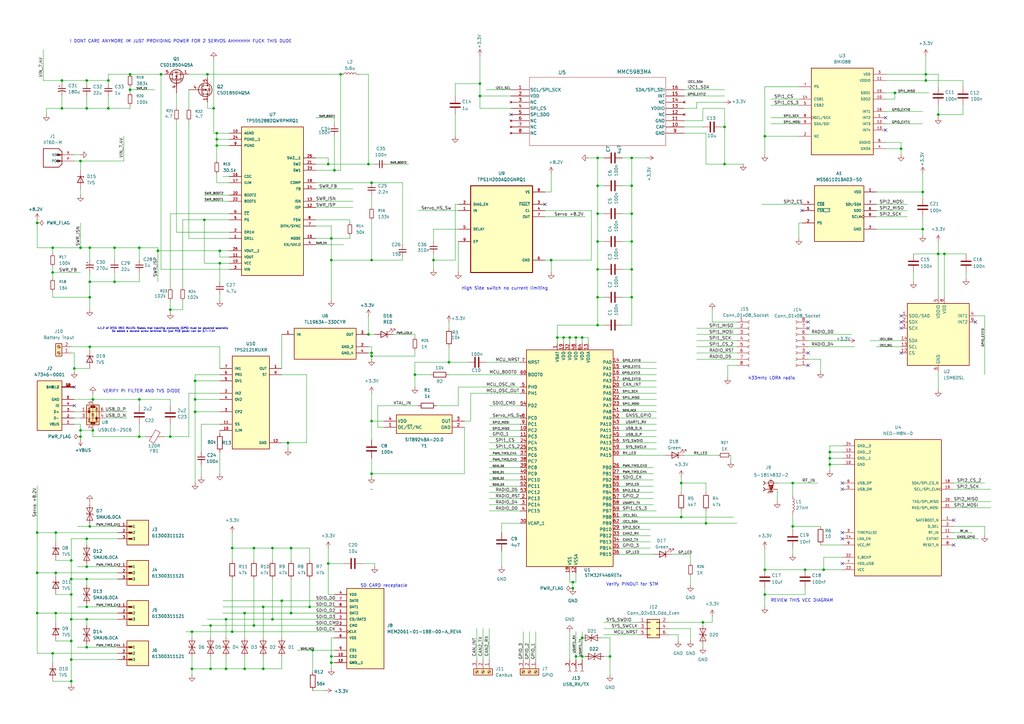
<source format=kicad_sch>
(kicad_sch (version 20250114) (generator "eeschema") (generator_version "9.0")
  (paper "A3")
  (lib_symbols
    (symbol "2025-11-07_18-39-49:MMC5983MA" (pin_names (offset 0.254))
      (property "Reference" "U" (at 35.56 10.16 0))
      (property "Value" "MMC5983MA" (at 35.56 7.62 0))
      (symbol "MMC5983MA_0_1"
        (pin input line (at 0 0 0) (length 7.62) (name "SCL/SPI_SCK") (number "1"))
        (pin power_in line (at 0 -2.54 0) (length 7.62) (name "VDD") (number "2"))
        (pin no_connect line (at 0 -5.08 0) (length 7.62) (name "NC") (number "3"))
        (pin input line (at 0 -7.62 0) (length 7.62) (name "SPI_CS") (number "4"))
        (pin output line (at 0 -10.16 0) (length 7.62) (name "SPI_SDO") (number "5"))
        (pin no_connect line (at 0 -12.7 0) (length 7.62) (name "NC") (number "6"))
        (pin no_connect line (at 0 -15.24 0) (length 7.62) (name "NC") (number "7"))
        (pin no_connect line (at 0 -17.78 0) (length 7.62) (name "NC") (number "8"))
        (pin bidirectional line (at 71.12 0 180) (length 7.62) (name "SDA/SPI_SDI") (number "16"))
        (pin output line (at 71.12 -2.54 180) (length 7.62) (name "INT") (number "15"))
        (pin no_connect line (at 71.12 -5.08 180) (length 7.62) (name "NC") (number "14"))
        (pin power_in line (at 71.12 -7.62 180) (length 7.62) (name "VDDIO") (number "13"))
        (pin no_connect line (at 71.12 -10.16 180) (length 7.62) (name "NC") (number "12"))
        (pin power_out line (at 71.12 -12.7 180) (length 7.62) (name "GND") (number "11"))
        (pin power_in line (at 71.12 -15.24 180) (length 7.62) (name "CAP") (number "10"))
        (pin power_out line (at 71.12 -17.78 180) (length 7.62) (name "GND") (number "9"))
      )
    )
    (symbol "47346-0001:47346-0001" (pin_names (offset 1.016))
      (property "Reference" "J" (at -5.08 10.922 0))
      (property "Value" "47346-0001" (at -5.08 -12.7 0))
      (symbol "47346-0001_0_0"
        (pin power_in line (at -10.16 7.62 0) (length 5.08) (name "VBUS") (number "1"))
        (pin bidirectional line (at -10.16 5.08 0) (length 5.08) (name "D-") (number "2"))
        (pin bidirectional line (at -10.16 2.54 0) (length 5.08) (name "D+") (number "3"))
        (pin bidirectional line (at -10.16 0 0) (length 5.08) (name "ID") (number "4"))
        (pin power_in line (at -10.16 -2.54 0) (length 5.08) (name "GND") (number "5"))
        (pin passive line (at -10.16 -7.62 0) (length 5.08) (name "SHIELD") (number "S1"))
        (pin passive line (at -10.16 -7.62 0) (length 5.08) (name "SHIELD") (number "S2"))
        (pin passive line (at -10.16 -7.62 0) (length 5.08) (name "SHIELD") (number "S3"))
        (pin passive line (at -10.16 -7.62 0) (length 5.08) (name "SHIELD") (number "S4"))
        (pin passive line (at -10.16 -7.62 0) (length 5.08) (name "SHIELD") (number "S5"))
        (pin passive line (at -10.16 -7.62 0) (length 5.08) (name "SHIELD") (number "S6"))
      )
    )
    (symbol "5-1814832-2:5-1814832-2" (pin_names (offset 1.016))
      (property "Reference" "J" (at -3.81 1.524 0))
      (property "Value" "5-1814832-2" (at -4.064 -6.858 0))
      (symbol "5-1814832-2_0_0"
        (pin passive line (at 2.54 0 180) (length 5.08) (name "~") (number "1"))
        (pin passive line (at 2.54 -2.54 180) (length 5.08) (name "~") (number "S1"))
        (pin passive line (at 2.54 -2.54 180) (length 5.08) (name "~") (number "S2"))
        (pin passive line (at 2.54 -2.54 180) (length 5.08) (name "~") (number "S3"))
        (pin passive line (at 2.54 -2.54 180) (length 5.08) (name "~") (number "S4"))
      )
    )
    (symbol "61300311121:61300311121" (pin_names (offset 1.016))
      (property "Reference" "J" (at -3.81 5.842 0))
      (property "Value" "61300311121" (at -3.81 -7.62 0))
      (symbol "61300311121_0_0"
        (pin passive line (at -7.62 2.54 0) (length 5.08) (name "1") (number "1"))
        (pin passive line (at -7.62 0 0) (length 5.08) (name "2") (number "2"))
        (pin passive line (at -7.62 -2.54 0) (length 5.08) (name "3") (number "3"))
      )
    )
    (symbol "BMI088:BMI088" (pin_names (offset 1.016))
      (property "Reference" "U" (at -12.7 18.415 0))
      (property "Value" "BMI088" (at -12.7 -20.32 0))
      (symbol "BMI088_0_0"
        (pin input line (at -17.78 10.16 0) (length 5.08) (name "PS") (number "7"))
        (pin input line (at -17.78 5.08 0) (length 5.08) (name "CSB1") (number "14"))
        (pin input line (at -17.78 2.54 0) (length 5.08) (name "CSB2") (number "5"))
        (pin input clock (at -17.78 -2.54 0) (length 5.08) (name "SCL/SCK") (number "8"))
        (pin bidirectional line (at -17.78 -5.08 0) (length 5.08) (name "SDA/SDI") (number "9"))
        (pin passive line (at -17.78 -10.16 0) (length 5.08) (name "NC") (number "2"))
        (pin power_in line (at 17.78 15.24 180) (length 5.08) (name "VDD") (number "3"))
        (pin power_in line (at 17.78 12.7 180) (length 5.08) (name "VDDIO") (number "11"))
        (pin output line (at 17.78 7.62 180) (length 5.08) (name "SDO1") (number "15"))
        (pin output line (at 17.78 5.08 180) (length 5.08) (name "SDO2") (number "10"))
        (pin bidirectional line (at 17.78 0 180) (length 5.08) (name "INT1") (number "16"))
        (pin bidirectional line (at 17.78 -2.54 180) (length 5.08) (name "INT2") (number "1"))
        (pin bidirectional line (at 17.78 -5.08 180) (length 5.08) (name "INT3") (number "12"))
        (pin bidirectional line (at 17.78 -7.62 180) (length 5.08) (name "INT4") (number "13"))
        (pin power_in line (at 17.78 -12.7 180) (length 5.08) (name "GNDIO") (number "6"))
        (pin power_in line (at 17.78 -15.24 180) (length 5.08) (name "GNDA") (number "4"))
      )
    )
    (symbol "Connector:Conn_01x03_Socket" (pin_names (offset 1.016) (hide yes))
      (property "Reference" "J" (at 0 5.08 0))
      (property "Value" "Conn_01x03_Socket" (at 0 -5.08 0))
      (symbol "Conn_01x03_Socket_1_1"
        (pin passive line (at -5.08 2.54 0) (length 3.81) (name "Pin_1") (number "1"))
        (pin passive line (at -5.08 0 0) (length 3.81) (name "Pin_2") (number "2"))
        (pin passive line (at -5.08 -2.54 0) (length 3.81) (name "Pin_3") (number "3"))
      )
    )
    (symbol "Connector:Conn_01x08_Socket" (pin_names (offset 1.016) (hide yes))
      (property "Reference" "J" (at 0 10.16 0))
      (property "Value" "Conn_01x08_Socket" (at 0 -12.7 0))
      (symbol "Conn_01x08_Socket_1_1"
        (pin passive line (at -5.08 7.62 0) (length 3.81) (name "Pin_1") (number "1"))
        (pin passive line (at -5.08 5.08 0) (length 3.81) (name "Pin_2") (number "2"))
        (pin passive line (at -5.08 2.54 0) (length 3.81) (name "Pin_3") (number "3"))
        (pin passive line (at -5.08 0 0) (length 3.81) (name "Pin_4") (number "4"))
        (pin passive line (at -5.08 -2.54 0) (length 3.81) (name "Pin_5") (number "5"))
        (pin passive line (at -5.08 -5.08 0) (length 3.81) (name "Pin_6") (number "6"))
        (pin passive line (at -5.08 -7.62 0) (length 3.81) (name "Pin_7") (number "7"))
        (pin passive line (at -5.08 -10.16 0) (length 3.81) (name "Pin_8") (number "8"))
      )
    )
    (symbol "Connector:Screw_Terminal_01x02" (pin_names (offset 1.016) (hide yes))
      (property "Reference" "J" (at 0 2.54 0))
      (property "Value" "Screw_Terminal_01x02" (at 0 -5.08 0))
      (symbol "Screw_Terminal_01x02_1_1"
        (pin passive line (at -5.08 0 0) (length 3.81) (name "Pin_1") (number "1"))
        (pin passive line (at -5.08 -2.54 0) (length 3.81) (name "Pin_2") (number "2"))
      )
    )
    (symbol "Connector:Screw_Terminal_01x03" (pin_names (offset 1.016) (hide yes))
      (property "Reference" "J" (at 0 5.08 0))
      (property "Value" "Screw_Terminal_01x03" (at 0 -5.08 0))
      (symbol "Screw_Terminal_01x03_1_1"
        (pin passive line (at -5.08 2.54 0) (length 3.81) (name "Pin_1") (number "1"))
        (pin passive line (at -5.08 0 0) (length 3.81) (name "Pin_2") (number "2"))
        (pin passive line (at -5.08 -2.54 0) (length 3.81) (name "Pin_3") (number "3"))
      )
    )
    (symbol "Connector_Generic:Conn_02x03_Odd_Even" (pin_names (offset 1.016) (hide yes))
      (property "Reference" "J" (at 1.27 5.08 0))
      (property "Value" "Conn_02x03_Odd_Even" (at 1.27 -5.08 0))
      (symbol "Conn_02x03_Odd_Even_1_1"
        (pin passive line (at -5.08 2.54 0) (length 3.81) (name "Pin_1") (number "1"))
        (pin passive line (at -5.08 0 0) (length 3.81) (name "Pin_3") (number "3"))
        (pin passive line (at -5.08 -2.54 0) (length 3.81) (name "Pin_5") (number "5"))
        (pin passive line (at 7.62 2.54 180) (length 3.81) (name "Pin_2") (number "2"))
        (pin passive line (at 7.62 0 180) (length 3.81) (name "Pin_4") (number "4"))
        (pin passive line (at 7.62 -2.54 180) (length 3.81) (name "Pin_6") (number "6"))
      )
    )
    (symbol "Device:C" (pin_numbers (hide yes)) (pin_names (offset 0.254))
      (property "Reference" "C" (at 0.635 2.54 0))
      (property "Value" "C" (at 0.635 -2.54 0))
      (symbol "C_1_1"
        (pin passive line (at 0 3.81 270) (length 2.794) (name "~") (number "1"))
        (pin passive line (at 0 -3.81 90) (length 2.794) (name "~") (number "2"))
      )
    )
    (symbol "Device:C_Polarized_Small_US" (pin_numbers (hide yes)) (pin_names (offset 0.254) (hide yes))
      (property "Reference" "C" (at 0.254 1.778 0))
      (property "Value" "C_Polarized_Small_US" (at 0.254 -2.032 0))
      (symbol "C_Polarized_Small_US_1_1"
        (pin passive line (at 0 2.54 270) (length 2.032) (name "~") (number "1"))
        (pin passive line (at 0 -2.54 90) (length 2.032) (name "~") (number "2"))
      )
    )
    (symbol "Device:C_Small" (pin_numbers (hide yes)) (pin_names (offset 0.254) (hide yes))
      (property "Reference" "C" (at 0.254 1.778 0))
      (property "Value" "C_Small" (at 0.254 -2.032 0))
      (symbol "C_Small_1_1"
        (pin passive line (at 0 2.54 270) (length 2.032) (name "~") (number "1"))
        (pin passive line (at 0 -2.54 90) (length 2.032) (name "~") (number "2"))
      )
    )
    (symbol "Device:FerriteBead" (pin_numbers (hide yes)) (pin_names (offset 0))
      (property "Reference" "FB" (at -3.81 0.635 90))
      (property "Value" "FerriteBead" (at 3.81 0 90))
      (symbol "FerriteBead_1_1"
        (pin passive line (at 0 3.81 270) (length 2.54) (name "~") (number "1"))
        (pin passive line (at 0 -3.81 90) (length 2.54) (name "~") (number "2"))
      )
    )
    (symbol "Device:L" (pin_numbers (hide yes)) (pin_names (offset 1.016) (hide yes))
      (property "Reference" "L" (at -1.27 0 90))
      (property "Value" "L" (at 1.905 0 90))
      (symbol "L_1_1"
        (pin passive line (at 0 3.81 270) (length 1.27) (name "1") (number "1"))
        (pin passive line (at 0 -3.81 90) (length 1.27) (name "2") (number "2"))
      )
    )
    (symbol "Device:LED" (pin_numbers (hide yes)) (pin_names (offset 1.016) (hide yes))
      (property "Reference" "D" (at 0 2.54 0))
      (property "Value" "LED" (at 0 -2.54 0))
      (symbol "LED_1_1"
        (pin passive line (at -3.81 0 0) (length 2.54) (name "K") (number "1"))
        (pin passive line (at 3.81 0 180) (length 2.54) (name "A") (number "2"))
      )
    )
    (symbol "Device:R" (pin_numbers (hide yes)) (pin_names (offset 0))
      (property "Reference" "R" (at 2.032 0 90))
      (property "Value" "R" (at 0 0 90))
      (symbol "R_1_1"
        (pin passive line (at 0 3.81 270) (length 1.27) (name "~") (number "1"))
        (pin passive line (at 0 -3.81 90) (length 1.27) (name "~") (number "2"))
      )
    )
    (symbol "Device:R_Small" (pin_numbers (hide yes)) (pin_names (offset 0.254) (hide yes))
      (property "Reference" "R" (at 0 0 90))
      (property "Value" "R_Small" (at 1.778 0 90))
      (symbol "R_Small_1_1"
        (pin passive line (at 0 2.54 270) (length 0.762) (name "~") (number "1"))
        (pin passive line (at 0 -2.54 90) (length 0.762) (name "~") (number "2"))
      )
    )
    (symbol "Diode:ESD9B3.3ST5G" (pin_numbers (hide yes)) (pin_names (offset 1.016) (hide yes))
      (property "Reference" "D" (at 0 2.54 0))
      (property "Value" "ESD9B3.3ST5G" (at 0 -2.54 0))
      (symbol "ESD9B3.3ST5G_1_1"
        (pin passive line (at -3.81 0 0) (length 2.54) (name "A1") (number "1"))
        (pin passive line (at 3.81 0 180) (length 2.54) (name "A2") (number "2"))
      )
    )
    (symbol "Diode:PTVS10VZ1USK" (pin_numbers (hide yes)) (pin_names (hide yes))
      (property "Reference" "D" (at 0 2.54 0))
      (property "Value" "PTVS10VZ1USK" (at 0 -2.54 0))
      (symbol "PTVS10VZ1USK_1_1"
        (pin passive line (at -3.81 0 0) (length 2.54) (name "K") (number "1"))
        (pin passive line (at 3.81 0 180) (length 2.54) (name "A") (number "2"))
      )
    )
    (symbol "Diode:SMAJ6.0CA" (pin_numbers (hide yes)) (pin_names (offset 1.016) (hide yes))
      (property "Reference" "D" (at 0 2.54 0))
      (property "Value" "SMAJ6.0CA" (at 0 -2.54 0))
      (symbol "SMAJ6.0CA_1_1"
        (pin passive line (at -3.81 0 0) (length 2.54) (name "A1") (number "1"))
        (pin passive line (at 3.81 0 180) (length 2.54) (name "A2") (number "2"))
      )
    )
    (symbol "MCU_ST_STM32F4:STM32F446RETx"
      (property "Reference" "U" (at -17.78 46.99 0))
      (property "Value" "STM32F446RETx" (at 10.16 46.99 0))
      (symbol "STM32F446RETx_1_1"
        (pin input line (at -20.32 40.64 0) (length 2.54) (name "NRST") (number "7"))
        (pin input line (at -20.32 35.56 0) (length 2.54) (name "BOOT0") (number "60"))
        (pin bidirectional line (at -20.32 30.48 0) (length 2.54) (name "PH0") (number "5"))
        (pin bidirectional line (at -20.32 27.94 0) (length 2.54) (name "PH1") (number "6"))
        (pin bidirectional line (at -20.32 22.86 0) (length 2.54) (name "PD2") (number "54"))
        (pin bidirectional line (at -20.32 17.78 0) (length 2.54) (name "PC0") (number "8"))
        (pin bidirectional line (at -20.32 15.24 0) (length 2.54) (name "PC1") (number "9"))
        (pin bidirectional line (at -20.32 12.7 0) (length 2.54) (name "PC2") (number "10"))
        (pin bidirectional line (at -20.32 10.16 0) (length 2.54) (name "PC3") (number "11"))
        (pin bidirectional line (at -20.32 7.62 0) (length 2.54) (name "PC4") (number "24"))
        (pin bidirectional line (at -20.32 5.08 0) (length 2.54) (name "PC5") (number "25"))
        (pin bidirectional line (at -20.32 2.54 0) (length 2.54) (name "PC6") (number "37"))
        (pin bidirectional line (at -20.32 0 0) (length 2.54) (name "PC7") (number "38"))
        (pin bidirectional line (at -20.32 -2.54 0) (length 2.54) (name "PC8") (number "39"))
        (pin bidirectional line (at -20.32 -5.08 0) (length 2.54) (name "PC9") (number "40"))
        (pin bidirectional line (at -20.32 -7.62 0) (length 2.54) (name "PC10") (number "51"))
        (pin bidirectional line (at -20.32 -10.16 0) (length 2.54) (name "PC11") (number "52"))
        (pin bidirectional line (at -20.32 -12.7 0) (length 2.54) (name "PC12") (number "53"))
        (pin bidirectional line (at -20.32 -15.24 0) (length 2.54) (name "PC13") (number "2"))
        (pin bidirectional line (at -20.32 -17.78 0) (length 2.54) (name "PC14") (number "3"))
        (pin bidirectional line (at -20.32 -20.32 0) (length 2.54) (name "PC15") (number "4"))
        (pin power_out line (at -20.32 -25.4 0) (length 2.54) (name "VCAP_1") (number "30"))
        (pin power_in line (at -5.08 48.26 270) (length 2.54) (name "VBAT") (number "1"))
        (pin power_in line (at -2.54 48.26 270) (length 2.54) (name "VDD") (number "19"))
        (pin power_in line (at 0 48.26 270) (length 2.54) (name "VDD") (number "32"))
        (pin power_in line (at 0 -45.72 90) (length 2.54) (name "VSS") (number "18"))
        (pin passive line (at 0 -45.72 90) (length 2.54) (hide yes) (name "VSS") (number "31"))
        (pin passive line (at 0 -45.72 90) (length 2.54) (hide yes) (name "VSS") (number "47"))
        (pin passive line (at 0 -45.72 90) (length 2.54) (hide yes) (name "VSS") (number "63"))
        (pin power_in line (at 2.54 48.26 270) (length 2.54) (name "VDD") (number "48"))
        (pin power_in line (at 2.54 -45.72 90) (length 2.54) (name "VSSA") (number "12"))
        (pin power_in line (at 5.08 48.26 270) (length 2.54) (name "VDD") (number "64"))
        (pin power_in line (at 7.62 48.26 270) (length 2.54) (name "VDDA") (number "13"))
        (pin bidirectional line (at 20.32 40.64 180) (length 2.54) (name "PA0") (number "14"))
        (pin bidirectional line (at 20.32 38.1 180) (length 2.54) (name "PA1") (number "15"))
        (pin bidirectional line (at 20.32 35.56 180) (length 2.54) (name "PA2") (number "16"))
        (pin bidirectional line (at 20.32 33.02 180) (length 2.54) (name "PA3") (number "17"))
        (pin bidirectional line (at 20.32 30.48 180) (length 2.54) (name "PA4") (number "20"))
        (pin bidirectional line (at 20.32 27.94 180) (length 2.54) (name "PA5") (number "21"))
        (pin bidirectional line (at 20.32 25.4 180) (length 2.54) (name "PA6") (number "22"))
        (pin bidirectional line (at 20.32 22.86 180) (length 2.54) (name "PA7") (number "23"))
        (pin bidirectional line (at 20.32 20.32 180) (length 2.54) (name "PA8") (number "41"))
        (pin bidirectional line (at 20.32 17.78 180) (length 2.54) (name "PA9") (number "42"))
        (pin bidirectional line (at 20.32 15.24 180) (length 2.54) (name "PA10") (number "43"))
        (pin bidirectional line (at 20.32 12.7 180) (length 2.54) (name "PA11") (number "44"))
        (pin bidirectional line (at 20.32 10.16 180) (length 2.54) (name "PA12") (number "45"))
        (pin bidirectional line (at 20.32 7.62 180) (length 2.54) (name "PA13") (number "46"))
        (pin bidirectional line (at 20.32 5.08 180) (length 2.54) (name "PA14") (number "49"))
        (pin bidirectional line (at 20.32 2.54 180) (length 2.54) (name "PA15") (number "50"))
        (pin bidirectional line (at 20.32 -2.54 180) (length 2.54) (name "PB0") (number "26"))
        (pin bidirectional line (at 20.32 -5.08 180) (length 2.54) (name "PB1") (number "27"))
        (pin bidirectional line (at 20.32 -7.62 180) (length 2.54) (name "PB2") (number "28"))
        (pin bidirectional line (at 20.32 -10.16 180) (length 2.54) (name "PB3") (number "55"))
        (pin bidirectional line (at 20.32 -12.7 180) (length 2.54) (name "PB4") (number "56"))
        (pin bidirectional line (at 20.32 -15.24 180) (length 2.54) (name "PB5") (number "57"))
        (pin bidirectional line (at 20.32 -17.78 180) (length 2.54) (name "PB6") (number "58"))
        (pin bidirectional line (at 20.32 -20.32 180) (length 2.54) (name "PB7") (number "59"))
        (pin bidirectional line (at 20.32 -22.86 180) (length 2.54) (name "PB8") (number "61"))
        (pin bidirectional line (at 20.32 -25.4 180) (length 2.54) (name "PB9") (number "62"))
        (pin bidirectional line (at 20.32 -27.94 180) (length 2.54) (name "PB10") (number "29"))
        (pin bidirectional line (at 20.32 -30.48 180) (length 2.54) (name "PB12") (number "33"))
        (pin bidirectional line (at 20.32 -33.02 180) (length 2.54) (name "PB13") (number "34"))
        (pin bidirectional line (at 20.32 -35.56 180) (length 2.54) (name "PB14") (number "35"))
        (pin bidirectional line (at 20.32 -38.1 180) (length 2.54) (name "PB15") (number "36"))
      )
    )
    (symbol "MEM2061-01-188-00-A_REVA:MEM2061-01-188-00-A_REVA" (pin_names (offset 1.016))
      (property "Reference" "J" (at 0 15.2675 0))
      (property "Value" "MEM2061-01-188-00-A_REVA" (at 0 -20.3415 0))
      (symbol "MEM2061-01-188-00-A_REVA_0_0"
        (pin power_in line (at -5.08 12.7 0) (length 5.08) (name "VDD") (number "4"))
        (pin bidirectional line (at -5.08 10.16 0) (length 5.08) (name "DAT0") (number "7"))
        (pin bidirectional line (at -5.08 7.62 0) (length 5.08) (name "DAT1") (number "8"))
        (pin bidirectional line (at -5.08 5.08 0) (length 5.08) (name "DAT2") (number "1"))
        (pin bidirectional line (at -5.08 2.54 0) (length 5.08) (name "CD/DAT3") (number "2"))
        (pin bidirectional line (at -5.08 0 0) (length 5.08) (name "CMD") (number "3"))
        (pin bidirectional clock (at -5.08 -2.54 0) (length 5.08) (name "CLK") (number "5"))
        (pin power_in line (at -5.08 -5.08 0) (length 5.08) (name "VSS") (number "6"))
        (pin passive line (at -5.08 -10.16 0) (length 5.08) (name "CD1") (number "9"))
        (pin passive line (at -5.08 -12.7 0) (length 5.08) (name "CD2") (number "10"))
        (pin power_in line (at -5.08 -15.24 0) (length 5.08) (name "GND") (number "11"))
        (pin power_in line (at -5.08 -15.24 0) (length 5.08) (name "GND__1") (number "12"))
      )
    )
    (symbol "MS561101BA03-50:MS561101BA03-50" (pin_names (offset 1.016))
      (property "Reference" "A" (at -10.16 10.922 0))
      (property "Value" "MS561101BA03-50" (at -10.16 -15.24 0))
      (symbol "MS561101BA03-50_0_0"
        (pin input line (at -15.24 2.54 0) (length 5.08) (name "~{CSB}") (number "4"))
        (pin input line (at -15.24 0 0) (length 5.08) (name "~{CSB__1}") (number "5"))
        (pin input line (at -15.24 -5.08 0) (length 5.08) (name "PS") (number "2"))
        (pin power_in line (at 15.24 7.62 180) (length 5.08) (name "VDD") (number "1"))
        (pin bidirectional line (at 15.24 2.54 180) (length 5.08) (name "SDI/SDA") (number "7"))
        (pin output line (at 15.24 0 180) (length 5.08) (name "SDO") (number "6"))
        (pin input clock (at 15.24 -2.54 180) (length 5.08) (name "SCLK") (number "8"))
        (pin power_in line (at 15.24 -7.62 180) (length 5.08) (name "GND") (number "3"))
      )
    )
    (symbol "NEO-M8N-0:NEO-M8N-0" (pin_names (offset 1.016))
      (property "Reference" "U" (at -17.7839 23.3738 0))
      (property "Value" "NEO-M8N-0" (at -17.7845 -35.5674 0))
      (symbol "NEO-M8N-0_0_0"
        (pin input line (at -22.86 10.16 0) (length 5.08) (name "RESET_N") (number "8"))
        (pin input line (at -22.86 7.62 0) (length 5.08) (name "EXTINT") (number "4"))
        (pin input line (at -22.86 5.08 0) (length 5.08) (name "RF_IN") (number "11"))
        (pin input line (at -22.86 2.54 0) (length 5.08) (name "D_SEL") (number "2"))
        (pin input line (at -22.86 0 0) (length 5.08) (name "SAFEBOOT_N") (number "1"))
        (pin input line (at -22.86 -5.08 0) (length 5.08) (name "RXD/SPI_MOSI") (number "21"))
        (pin output line (at -22.86 -7.62 0) (length 5.08) (name "TXD/SPI_MISO") (number "20"))
        (pin input clock (at -22.86 -12.7 0) (length 5.08) (name "SCL/SPI_CLK") (number "19"))
        (pin bidirectional line (at -22.86 -15.24 0) (length 5.08) (name "SDA/SPI_CS_N") (number "18"))
        (pin power_in line (at 22.86 20.32 180) (length 5.08) (name "VCC") (number "23"))
        (pin power_in line (at 22.86 17.78 180) (length 5.08) (name "VDD_USB") (number "7"))
        (pin power_in line (at 22.86 15.24 180) (length 5.08) (name "V_BCKP") (number "22"))
        (pin output line (at 22.86 10.16 180) (length 5.08) (name "VCC_RF") (number "9"))
        (pin output line (at 22.86 7.62 180) (length 5.08) (name "LNA_EN") (number "14"))
        (pin output line (at 22.86 5.08 180) (length 5.08) (name "TIMEPULSE") (number "3"))
        (pin bidirectional line (at 22.86 -12.7 180) (length 5.08) (name "USB_DM") (number "5"))
        (pin bidirectional line (at 22.86 -15.24 180) (length 5.08) (name "USB_DP") (number "6"))
        (pin power_in line (at 22.86 -22.86 180) (length 5.08) (name "GND") (number "10"))
        (pin power_in line (at 22.86 -25.4 180) (length 5.08) (name "GND__1") (number "12"))
        (pin power_in line (at 22.86 -27.94 180) (length 5.08) (name "GND__2") (number "13"))
        (pin power_in line (at 22.86 -30.48 180) (length 5.08) (name "GND__3") (number "24"))
      )
    )
    (symbol "Power_Protection:USBLC6-2SC6" (pin_names (hide yes))
      (property "Reference" "U" (at 0.635 5.715 0))
      (property "Value" "USBLC6-2SC6" (at 0.635 3.81 0))
      (symbol "USBLC6-2SC6_1_1"
        (pin passive line (at -5.08 0 0) (length 2.54) (name "I/O1") (number "1"))
        (pin passive line (at -5.08 -2.54 0) (length 2.54) (name "I/O2") (number "3"))
        (pin passive line (at 0 5.08 270) (length 2.54) (name "VBUS") (number "5"))
        (pin passive line (at 0 -7.62 90) (length 2.54) (name "GND") (number "2"))
        (pin passive line (at 5.08 0 180) (length 2.54) (name "I/O1") (number "6"))
        (pin passive line (at 5.08 -2.54 180) (length 2.54) (name "I/O2") (number "4"))
      )
    )
    (symbol "SIT8924BA-22-33E-20_000000:SIT8924BA-22-33E-20.000000"
      (property "Reference" "Y" (at 29.21 7.62 0))
      (property "Value" "SIT8924BA-22-33E-20.000000" (at 29.21 5.08 0))
      (symbol "SIT8924BA-22-33E-20.000000_1_1"
        (pin passive line (at 0 0 0) (length 5.08) (name "VDD") (number "4"))
        (pin passive line (at 0 -2.54 0) (length 5.08) (name "OE/~{ST}/NC") (number "1"))
        (pin passive line (at 33.02 0 180) (length 5.08) (name "OUT") (number "3"))
        (pin passive line (at 33.02 -2.54 180) (length 5.08) (name "GND") (number "2"))
      )
    )
    (symbol "Sensor_Motion:LSM6DSL"
      (property "Reference" "U" (at -11.43 15.24 0))
      (property "Value" "LSM6DSL" (at -11.43 12.7 0))
      (symbol "LSM6DSL_1_1"
        (pin bidirectional line (at -15.24 7.62 0) (length 2.54) (name "SDO/SA0") (number "1"))
        (pin bidirectional line (at -15.24 5.08 0) (length 2.54) (name "SDX") (number "2"))
        (pin input line (at -15.24 2.54 0) (length 2.54) (name "SCX") (number "3"))
        (pin bidirectional line (at -15.24 -2.54 0) (length 2.54) (name "SDA") (number "14"))
        (pin input line (at -15.24 -5.08 0) (length 2.54) (name "SCL") (number "13"))
        (pin input line (at -15.24 -7.62 0) (length 2.54) (name "CS") (number "12"))
        (pin power_in line (at 0 15.24 270) (length 2.54) (name "VDDIO") (number "5"))
        (pin power_in line (at 0 -15.24 90) (length 2.54) (name "GND") (number "6"))
        (pin passive line (at 0 -15.24 90) (length 2.54) (hide yes) (name "GND") (number "7"))
        (pin power_in line (at 2.54 15.24 270) (length 2.54) (name "VDD") (number "8"))
        (pin no_connect line (at 12.7 -2.54 180) (length 3.81) (hide yes) (name "NC") (number "11"))
        (pin no_connect line (at 12.7 -5.08 180) (length 3.81) (hide yes) (name "NC") (number "10"))
        (pin output line (at 15.24 7.62 180) (length 2.54) (name "INT1") (number "4"))
        (pin output line (at 15.24 5.08 180) (length 2.54) (name "INT2") (number "9"))
      )
    )
    (symbol "TL1963A-33DCYR:TL1963A-33DCYR" (pin_names (offset 1.016))
      (property "Reference" "U6" (at 0 10.16 0))
      (property "Value" "TL1963A-33DCYR" (at 0 7.62 0))
      (symbol "TL1963A-33DCYR_0_0"
        (pin input line (at -17.78 2.54 0) (length 5.08) (name "IN") (number "1"))
        (pin power_in line (at 17.78 -2.54 180) (length 5.08) (name "GND_2") (number "2"))
        (pin power_in line (at 17.78 -5.08 180) (length 5.08) (name "GND_4") (number "4"))
      )
      (symbol "TL1963A-33DCYR_1_0"
        (pin power_out line (at 17.78 2.54 180) (length 5.08) (name "OUT") (number "3"))
      )
    )
    (symbol "TPS1H200AQDGNRQ1:TPS1H200AQDGNRQ1" (pin_names (offset 1.016))
      (property "Reference" "U" (at -12.7 18.78 0))
      (property "Value" "TPS1H200AQDGNRQ1" (at -12.7 -21.78 0))
      (symbol "TPS1H200AQDGNRQ1_0_0"
        (pin input line (at -17.78 10.16 0) (length 5.08) (name "DIAG_EN") (number "2"))
        (pin input line (at -17.78 7.62 0) (length 5.08) (name "IN") (number "1"))
        (pin bidirectional line (at -17.78 0 0) (length 5.08) (name "DELAY") (number "5"))
        (pin bidirectional line (at -17.78 -5.08 0) (length 5.08) (name "EP") (number "9"))
        (pin power_in line (at 17.78 15.24 180) (length 5.08) (name "VS") (number "8"))
        (pin output line (at 17.78 10.16 180) (length 5.08) (name "~{FAULT}") (number "3"))
        (pin output line (at 17.78 7.62 180) (length 5.08) (name "CL") (number "4"))
        (pin output line (at 17.78 5.08 180) (length 5.08) (name "OUT") (number "7"))
        (pin power_in line (at 17.78 -12.7 180) (length 5.08) (name "GND") (number "6"))
      )
    )
    (symbol "TPS2121RUXRr:TPS2121RUXR" (pin_names (offset 1.016))
      (property "Reference" "U" (at -7.62 21.082 0))
      (property "Value" "TPS2121RUXR" (at -7.62 -20.32 0))
      (symbol "TPS2121RUXR_0_0"
        (pin input line (at -12.7 15.24 0) (length 5.08) (name "IN1") (number "7"))
        (pin input line (at -12.7 15.24 0) (length 5.08) (hide yes) (name "IN1") (number "7_1"))
        (pin input line (at -12.7 12.7 0) (length 5.08) (name "PR1") (number "6"))
        (pin input line (at -12.7 10.16 0) (length 5.08) (name "OV1") (number "5"))
        (pin input line (at -12.7 5.08 0) (length 5.08) (name "IN2") (number "2"))
        (pin input line (at -12.7 5.08 0) (length 5.08) (hide yes) (name "IN2") (number "2_1"))
        (pin input line (at -12.7 2.54 0) (length 5.08) (name "OV2") (number "4"))
        (pin input line (at -12.7 -2.54 0) (length 5.08) (name "CP2") (number "3"))
        (pin passive line (at -12.7 -7.62 0) (length 5.08) (name "SS") (number "11"))
        (pin passive line (at -12.7 -10.16 0) (length 5.08) (name "ILIM") (number "10"))
        (pin output line (at 12.7 15.24 180) (length 5.08) (name "OUT") (number "1"))
        (pin output line (at 12.7 15.24 180) (length 5.08) (hide yes) (name "OUT") (number "1_1"))
        (pin output line (at 12.7 15.24 180) (length 5.08) (hide yes) (name "OUT") (number "8"))
        (pin output line (at 12.7 15.24 180) (length 5.08) (hide yes) (name "OUT") (number "8_1"))
        (pin output line (at 12.7 12.7 180) (length 5.08) (name "ST") (number "9"))
        (pin power_in line (at 12.7 -15.24 180) (length 5.08) (name "GND") (number "12"))
      )
    )
    (symbol "TPS552882QWRPMRQ1:TPS552882QWRPMRQ1" (pin_names (offset 1.016))
      (property "Reference" "U" (at -12.7 28.702 0))
      (property "Value" "TPS552882QWRPMRQ1" (at -12.7 -35.56 0))
      (symbol "TPS552882QWRPMRQ1_0_0"
        (pin input line (at -17.78 15.24 0) (length 5.08) (name "EN/UVLO") (number "4"))
        (pin input line (at -17.78 12.7 0) (length 5.08) (name "MODE") (number "15"))
        (pin input line (at -17.78 7.62 0) (length 5.08) (name "DITH/SYNC") (number "7"))
        (pin input line (at -17.78 5.08 0) (length 5.08) (name "FSW") (number "8"))
        (pin input line (at -17.78 0 0) (length 5.08) (name "ISP") (number "12"))
        (pin input line (at -17.78 -2.54 0) (length 5.08) (name "ISN") (number "13"))
        (pin input line (at -17.78 -7.62 0) (length 5.08) (name "FB") (number "14"))
        (pin input line (at -17.78 -10.16 0) (length 5.08) (name "COMP") (number "18"))
        (pin input line (at -17.78 -15.24 0) (length 5.08) (name "SW1") (number "23"))
        (pin input line (at -17.78 -17.78 0) (length 5.08) (name "SW2") (number "21"))
        (pin input line (at -17.78 -20.32 0) (length 5.08) (name "SW2__1") (number "25"))
        (pin power_in line (at 17.78 25.4 180) (length 5.08) (name "VIN") (number "3"))
        (pin power_in line (at 17.78 22.86 180) (length 5.08) (name "VCC") (number "19"))
        (pin power_in line (at 17.78 20.32 180) (length 5.08) (name "VOUT") (number "11"))
        (pin power_in line (at 17.78 17.78 180) (length 5.08) (name "VOUT__1") (number "26"))
        (pin output line (at 17.78 12.7 180) (length 5.08) (name "DR1L") (number "1"))
        (pin output line (at 17.78 10.16 180) (length 5.08) (name "DR1H") (number "2"))
        (pin output line (at 17.78 5.08 180) (length 5.08) (name "PG") (number "5"))
        (pin output line (at 17.78 2.54 180) (length 5.08) (name "~{CC}") (number "6"))
        (pin input line (at 17.78 -2.54 180) (length 5.08) (name "BOOT1") (number "22"))
        (pin output line (at 17.78 -5.08 180) (length 5.08) (name "BOOT2") (number "20"))
        (pin output line (at 17.78 -10.16 180) (length 5.08) (name "ILIM") (number "17"))
        (pin output line (at 17.78 -12.7 180) (length 5.08) (name "CDC") (number "16"))
        (pin power_in line (at 17.78 -25.4 180) (length 5.08) (name "PGND") (number "9"))
        (pin power_in line (at 17.78 -27.94 180) (length 5.08) (name "PGND__1") (number "24"))
        (pin power_in line (at 17.78 -30.48 180) (length 5.08) (name "AGND") (number "10"))
      )
    )
    (symbol "Transistor_FET:CSD18504Q5A" (pin_names (offset 0) (hide yes))
      (property "Reference" "Q" (at 5.08 1.905 0))
      (property "Value" "CSD18504Q5A" (at 5.08 0 0))
      (symbol "CSD18504Q5A_1_1"
        (pin input line (at -5.08 0 0) (length 5.08) (name "G") (number "4"))
        (pin passive line (at 2.54 5.08 270) (length 2.54) (name "D") (number "5"))
        (pin passive line (at 2.54 -5.08 90) (length 2.54) (name "S") (number "1"))
        (pin passive line (at 2.54 -5.08 90) (length 2.54) (hide yes) (name "S") (number "2"))
        (pin passive line (at 2.54 -5.08 90) (length 2.54) (hide yes) (name "S") (number "3"))
      )
    )
    (symbol "XT60-M:XT60-M" (pin_names (offset 1.016))
      (property "Reference" "J" (at 0 6.35 0))
      (property "Value" "XT60-M" (at 0 -5.08 0))
      (symbol "XT60-M_0_0"
        (pin passive line (at -5.08 2.54 0) (length 5.08) (name "POS") (number "P"))
        (pin passive line (at -5.08 0 0) (length 5.08) (name "NEG") (number "N"))
      )
    )
    (symbol "power:+3.3V" (power) (pin_numbers (hide yes)) (pin_names (offset 0) (hide yes))
      (property "Value" "+3.3V" (at 0 3.556 0))
      (symbol "+3.3V_1_1"
        (pin power_in line (at 0 0 90) (length 0) (name "~") (number "1"))
      )
    )
    (symbol "power:GND" (power) (pin_numbers (hide yes)) (pin_names (offset 0) (hide yes))
      (property "Value" "GND" (at 0 -3.81 0))
      (symbol "GND_1_1"
        (pin power_in line (at 0 0 270) (length 0) (name "~") (number "1"))
      )
    )
    (symbol "power:PWR_FLAG" (power) (pin_numbers (hide yes)) (pin_names (offset 0) (hide yes))
      (property "Value" "PWR_FLAG" (at 0 3.81 0))
      (symbol "PWR_FLAG_0_0"
        (pin power_out line (at 0 0 90) (length 0) (name "~") (number "1"))
      )
    )
    (symbol "power:VBUS" (power) (pin_numbers (hide yes)) (pin_names (offset 0) (hide yes))
      (property "Value" "VBUS" (at 0 3.556 0))
      (symbol "VBUS_1_1"
        (pin power_in line (at 0 0 90) (length 0) (name "~") (number "1"))
      )
    )
  )
  (text "SD CARD receptacle " (at 157.988 240.284 0) (effects (font (size 1.27 1.27))))
  (text "4.1.2 of DTEG IREC RULES: States that tracking elements (GPS) must be powered seperatly \nSo added a second screw terminal for just PCB power can be 3.7-7.4V" (at 67.056 135.382 0) (effects (font (size 0.762 0.762))))
  (text "High Side switch no current limiting " (at 207.518 118.364 0) (effects (font (size 1.27 1.27))))
  (text "VERIFY PI FILTER AND TVS DIODE\n" (at 58.166 160.528 0) (effects (font (size 1.27 1.27))))
  (text "Verify PINOUT for STM\n" (at 259.334 239.776 0) (effects (font (size 1.27 1.27))))
  (text "I DONT CARE ANYMORE IM JUST PROVIDING POWER FOR 2 SERVOS AHHHHHH FUCK THIS DUDE\n" (at 74.168 17.018 0) (effects (font (size 1.27 1.27))))
  (text "REVIEW THIS VCC DIAGRAM" (at 328.93 246.38 0) (effects (font (size 1.27 1.27))))
  (text "433mHz LORA radio\n" (at 316.484 155.194 0) (effects (font (size 1.27 1.27))))
  (junction (at 15.24 218.44))
  (junction (at 236.22 269.24))
  (junction (at 245.11 87.63))
  (junction (at 35.56 254))
  (junction (at 170.18 153.67))
  (junction (at 384.81 46.99))
  (junction (at 128.27 266.7))
  (junction (at 92.71 254))
  (junction (at 35.56 220.98))
  (junction (at 151.13 137.16))
  (junction (at 35.56 33.02))
  (junction (at 118.11 181.61))
  (junction (at 384.81 104.14))
  (junction (at 29.21 262.89))
  (junction (at 57.15 163.83))
  (junction (at 245.11 64.77))
  (junction (at 152.4 106.68))
  (junction (at 36.83 115.57))
  (junction (at 33.02 176.53))
  (junction (at 288.29 255.27))
  (junction (at 80.01 156.21))
  (junction (at 233.68 138.43))
  (junction (at 87.63 44.45))
  (junction (at 313.69 233.68))
  (junction (at 245.11 76.2))
  (junction (at 340.36 185.42))
  (junction (at 29.21 243.84))
  (junction (at 279.4 198.12))
  (junction (at 313.69 243.84))
  (junction (at 196.85 39.37))
  (junction (at 92.71 274.32))
  (junction (at 21.59 111.76))
  (junction (at 139.7 30.48))
  (junction (at 22.86 234.95))
  (junction (at 297.18 52.07))
  (junction (at 236.22 138.43))
  (junction (at 135.89 269.24))
  (junction (at 259.08 99.06))
  (junction (at 135.89 106.68))
  (junction (at 259.08 121.92))
  (junction (at 259.08 76.2))
  (junction (at 152.4 74.93))
  (junction (at 22.86 251.46))
  (junction (at 88.9 57.15))
  (junction (at 152.4 146.05))
  (junction (at 177.8 106.68))
  (junction (at 369.57 60.96))
  (junction (at 134.62 231.14))
  (junction (at 313.69 55.88))
  (junction (at 78.74 259.08))
  (junction (at 95.25 224.79))
  (junction (at 238.76 138.43))
  (junction (at 250.19 269.24))
  (junction (at 29.21 254))
  (junction (at 100.33 251.46))
  (junction (at 95.25 259.08))
  (junction (at 44.45 33.02))
  (junction (at 85.09 30.48))
  (junction (at 86.36 256.54))
  (junction (at 119.38 251.46))
  (junction (at 33.02 66.04))
  (junction (at 107.95 274.32))
  (junction (at 29.21 279.4))
  (junction (at 297.18 67.31))
  (junction (at 25.4 44.45))
  (junction (at 35.56 44.45))
  (junction (at 367.03 38.1))
  (junction (at 115.57 246.38))
  (junction (at 279.4 212.09))
  (junction (at 36.83 215.9))
  (junction (at 238.76 269.24))
  (junction (at 53.34 36.83))
  (junction (at 15.24 91.44))
  (junction (at 88.9 59.69))
  (junction (at 337.82 233.68))
  (junction (at 22.86 218.44))
  (junction (at 152.4 172.72))
  (junction (at 379.73 30.48))
  (junction (at 29.21 270.51))
  (junction (at 196.85 34.29))
  (junction (at 340.36 187.96))
  (junction (at 104.14 224.79))
  (junction (at 325.12 198.12))
  (junction (at 127 248.92))
  (junction (at 21.59 101.6))
  (junction (at 259.08 110.49))
  (junction (at 35.56 232.41))
  (junction (at 44.45 44.45))
  (junction (at 36.83 121.92))
  (junction (at 100.33 274.32))
  (junction (at 78.74 274.32))
  (junction (at 30.48 151.13))
  (junction (at 238.76 261.62))
  (junction (at 245.11 99.06))
  (junction (at 46.99 115.57))
  (junction (at 152.4 144.78))
  (junction (at 90.17 102.87))
  (junction (at 90.17 107.95))
  (junction (at 340.36 190.5))
  (junction (at 245.11 121.92))
  (junction (at 86.36 274.32))
  (junction (at 151.13 67.31))
  (junction (at 83.82 90.17))
  (junction (at 21.59 267.97))
  (junction (at 378.46 93.98))
  (junction (at 245.11 133.35))
  (junction (at 57.15 101.6))
  (junction (at 88.9 54.61))
  (junction (at 33.02 101.6))
  (junction (at 46.99 101.6))
  (junction (at 135.89 97.79))
  (junction (at 80.01 168.91))
  (junction (at 226.06 106.68))
  (junction (at 107.95 248.92))
  (junction (at 111.76 254))
  (junction (at 137.16 69.85))
  (junction (at 35.56 237.49))
  (junction (at 80.01 163.83))
  (junction (at 135.89 271.78))
  (junction (at 379.73 33.02))
  (junction (at 104.14 256.54))
  (junction (at 38.1 176.53))
  (junction (at 184.15 148.59))
  (junction (at 15.24 234.95))
  (junction (at 387.35 104.14))
  (junction (at 69.85 127))
  (junction (at 152.4 194.31))
  (junction (at 64.77 102.87))
  (junction (at 33.02 179.07))
  (junction (at 134.62 67.31))
  (junction (at 38.1 163.83))
  (junction (at 15.24 251.46))
  (junction (at 231.14 138.43))
  (junction (at 53.34 30.48))
  (junction (at 25.4 33.02))
  (junction (at 259.08 64.77))
  (junction (at 228.6 138.43))
  (junction (at 330.2 233.68))
  (junction (at 29.21 237.49))
  (junction (at 325.12 215.9))
  (junction (at 119.38 224.79))
  (junction (at 66.04 30.48))
  (junction (at 29.21 229.87))
  (junction (at 36.83 101.6))
  (junction (at 259.08 87.63))
  (junction (at 378.46 78.74))
  (junction (at 111.76 224.79))
  (junction (at 35.56 248.92))
  (junction (at 245.11 110.49))
  (junction (at 234.95 238.76))
  (junction (at 36.83 142.24))
  (junction (at 57.15 179.07))
  (junction (at 289.56 214.63))
  (junction (at 69.85 179.07))
  (junction (at 35.56 265.43))
  (junction (at 234.95 241.3))
  (no_connect (at 331.47 144.78))
  (no_connect (at 345.44 218.44))
  (no_connect (at 369.57 132.08))
  (no_connect (at 223.52 83.82))
  (no_connect (at 345.44 231.14))
  (no_connect (at 345.44 198.12))
  (no_connect (at 30.48 158.75))
  (no_connect (at 30.48 166.37))
  (no_connect (at 345.44 200.66))
  (no_connect (at 369.57 129.54))
  (no_connect (at 345.44 220.98))
  (no_connect (at 391.16 213.36))
  (no_connect (at 369.57 144.78))
  (no_connect (at 331.47 134.62))
  (no_connect (at 328.93 86.36))
  (no_connect (at 363.22 53.34))
  (no_connect (at 391.16 223.52))
  (no_connect (at 369.57 134.62))
  (no_connect (at 363.22 48.26))
  (no_connect (at 209.55 46.99))
  (no_connect (at 331.47 149.86))
  (no_connect (at 400.05 132.08))
  (no_connect (at 331.47 132.08))
  (wire (pts (xy 378.46 88.9) (xy 378.46 93.98)))
  (wire (pts (xy 247.65 260.35) (xy 261.62 260.35)))
  (wire (pts (xy 36.83 101.6) (xy 33.02 101.6)))
  (wire (pts (xy 228.6 140.97) (xy 228.6 138.43)))
  (wire (pts (xy 223.52 106.68) (xy 226.06 106.68)))
  (wire (pts (xy 115.57 246.38) (xy 137.16 246.38)))
  (wire (pts (xy 318.77 198.12) (xy 325.12 198.12)))
  (wire (pts (xy 154.94 175.26) (xy 157.48 175.26)))
  (wire (pts (xy 384.81 46.99) (xy 384.81 48.26)))
  (wire (pts (xy 200.66 201.93) (xy 213.36 201.93)))
  (wire (pts (xy 177.8 93.98) (xy 177.8 99.06)))
  (wire (pts (xy 29.21 144.78) (xy 30.48 144.78)))
  (wire (pts (xy 254 214.63) (xy 289.56 214.63)))
  (wire (pts (xy 219.71 259.08) (xy 219.71 270.51)))
  (wire (pts (xy 196.85 34.29) (xy 186.69 34.29)))
  (wire (pts (xy 78.74 274.32) (xy 86.36 274.32)))
  (wire (pts (xy 95.25 224.79) (xy 95.25 229.87)))
  (wire (pts (xy 171.45 166.37) (xy 154.94 166.37)))
  (wire (pts (xy 238.76 140.97) (xy 238.76 138.43)))
  (wire (pts (xy 107.95 248.92) (xy 127 248.92)))
  (wire (pts (xy 57.15 101.6) (xy 57.15 106.68)))
  (wire (pts (xy 21.59 121.92) (xy 36.83 121.92)))
  (wire (pts (xy 254 219.71) (xy 266.7 219.71)))
  (wire (pts (xy 254 156.21) (xy 269.24 156.21)))
  (wire (pts (xy 35.56 237.49) (xy 35.56 240.03)))
  (wire (pts (xy 345.44 190.5) (xy 340.36 190.5)))
  (wire (pts (xy 165.1 106.68) (xy 152.4 106.68)))
  (wire (pts (xy 285.75 41.91) (xy 297.18 41.91)))
  (wire (pts (xy 236.22 269.24) (xy 236.22 270.51)))
  (wire (pts (xy 77.47 97.79) (xy 93.98 97.79)))
  (wire (pts (xy 90.17 107.95) (xy 83.82 107.95)))
  (wire (pts (xy 64.77 102.87) (xy 90.17 102.87)))
  (wire (pts (xy 259.08 64.77) (xy 255.27 64.77)))
  (wire (pts (xy 91.44 251.46) (xy 100.33 251.46)))
  (wire (pts (xy 379.73 30.48) (xy 363.22 30.48)))
  (wire (pts (xy 135.89 271.78) (xy 135.89 274.32)))
  (wire (pts (xy 205.74 226.06) (xy 205.74 232.41)))
  (wire (pts (xy 44.45 30.48) (xy 53.34 30.48)))
  (wire (pts (xy 87.63 54.61) (xy 87.63 44.45)))
  (wire (pts (xy 129.54 64.77) (xy 134.62 64.77)))
  (wire (pts (xy 254 204.47) (xy 267.97 204.47)))
  (wire (pts (xy 135.89 92.71) (xy 135.89 97.79)))
  (wire (pts (xy 247.65 257.81) (xy 261.62 257.81)))
  (wire (pts (xy 129.54 69.85) (xy 137.16 69.85)))
  (wire (pts (xy 288.29 255.27) (xy 274.32 255.27)))
  (wire (pts (xy 29.21 229.87) (xy 29.21 237.49)))
  (wire (pts (xy 245.11 64.77) (xy 245.11 76.2)))
  (wire (pts (xy 17.78 20.32) (xy 17.78 33.02)))
  (wire (pts (xy 57.15 101.6) (xy 64.77 101.6)))
  (wire (pts (xy 217.17 259.08) (xy 217.17 270.51)))
  (wire (pts (xy 148.59 231.14) (xy 153.67 231.14)))
  (wire (pts (xy 378.46 78.74) (xy 378.46 71.12)))
  (wire (pts (xy 340.36 187.96) (xy 340.36 190.5)))
  (wire (pts (xy 254 222.25) (xy 266.7 222.25)))
  (wire (pts (xy 313.69 35.56) (xy 313.69 55.88)))
  (wire (pts (xy 247.65 121.92) (xy 245.11 121.92)))
  (wire (pts (xy 285.75 142.24) (xy 302.26 142.24)))
  (wire (pts (xy 129.54 85.09) (xy 144.78 85.09)))
  (wire (pts (xy 92.71 254) (xy 111.76 254)))
  (wire (pts (xy 313.69 233.68) (xy 330.2 233.68)))
  (wire (pts (xy 128.27 266.7) (xy 128.27 275.59)))
  (wire (pts (xy 127 248.92) (xy 137.16 248.92)))
  (wire (pts (xy 137.16 261.62) (xy 135.89 261.62)))
  (wire (pts (xy 325.12 210.82) (xy 325.12 215.9)))
  (wire (pts (xy 259.08 76.2) (xy 259.08 87.63)))
  (wire (pts (xy 363.22 58.42) (xy 369.57 58.42)))
  (wire (pts (xy 199.39 148.59) (xy 213.36 148.59)))
  (wire (pts (xy 15.24 218.44) (xy 22.86 218.44)))
  (wire (pts (xy 184.15 142.24) (xy 184.15 148.59)))
  (wire (pts (xy 161.29 137.16) (xy 170.18 137.16)))
  (wire (pts (xy 236.22 259.08) (xy 236.22 269.24)))
  (wire (pts (xy 313.69 224.79) (xy 313.69 233.68)))
  (wire (pts (xy 119.38 251.46) (xy 137.16 251.46)))
  (wire (pts (xy 316.23 43.18) (xy 327.66 43.18)))
  (wire (pts (xy 107.95 248.92) (xy 107.95 261.62)))
  (wire (pts (xy 374.65 111.76) (xy 374.65 115.57)))
  (wire (pts (xy 336.55 147.32) (xy 336.55 152.4)))
  (wire (pts (xy 391.16 215.9) (xy 403.86 215.9)))
  (wire (pts (xy 151.13 137.16) (xy 151.13 129.54)))
  (wire (pts (xy 69.85 87.63) (xy 69.85 118.11)))
  (wire (pts (xy 31.75 232.41) (xy 35.56 232.41)))
  (wire (pts (xy 340.36 190.5) (xy 340.36 193.04)))
  (wire (pts (xy 170.18 148.59) (xy 170.18 153.67)))
  (wire (pts (xy 331.47 147.32) (xy 336.55 147.32)))
  (wire (pts (xy 367.03 40.64) (xy 367.03 38.1)))
  (wire (pts (xy 165.1 74.93) (xy 165.1 100.33)))
  (wire (pts (xy 331.47 142.24) (xy 350.52 142.24)))
  (wire (pts (xy 29.21 270.51) (xy 48.26 270.51)))
  (wire (pts (xy 57.15 173.99) (xy 57.15 179.07)))
  (wire (pts (xy 78.74 274.32) (xy 78.74 276.86)))
  (wire (pts (xy 31.75 248.92) (xy 35.56 248.92)))
  (wire (pts (xy 289.56 214.63) (xy 302.26 214.63)))
  (wire (pts (xy 134.62 231.14) (xy 140.97 231.14)))
  (wire (pts (xy 316.23 50.8) (xy 327.66 50.8)))
  (wire (pts (xy 200.66 207.01) (xy 213.36 207.01)))
  (wire (pts (xy 384.81 99.06) (xy 384.81 104.14)))
  (wire (pts (xy 292.1 252.73) (xy 292.1 255.27)))
  (wire (pts (xy 152.4 172.72) (xy 157.48 172.72)))
  (wire (pts (xy 22.86 251.46) (xy 15.24 251.46)))
  (wire (pts (xy 285.75 139.7) (xy 302.26 139.7)))
  (wire (pts (xy 278.13 260.35) (xy 278.13 262.89)))
  (wire (pts (xy 170.18 143.51) (xy 170.18 146.05)))
  (wire (pts (xy 186.69 83.82) (xy 186.69 106.68)))
  (wire (pts (xy 274.32 260.35) (xy 278.13 260.35)))
  (wire (pts (xy 15.24 91.44) (xy 15.24 101.6)))
  (wire (pts (xy 196.85 44.45) (xy 209.55 44.45)))
  (wire (pts (xy 93.98 87.63) (xy 69.85 87.63)))
  (wire (pts (xy 15.24 267.97) (xy 15.24 251.46)))
  (wire (pts (xy 254 196.85) (xy 267.97 196.85)))
  (wire (pts (xy 57.15 163.83) (xy 57.15 166.37)))
  (wire (pts (xy 29.21 142.24) (xy 36.83 142.24)))
  (wire (pts (xy 35.56 220.98) (xy 29.21 220.98)))
  (wire (pts (xy 292.1 255.27) (xy 288.29 255.27)))
  (wire (pts (xy 369.57 58.42) (xy 369.57 60.96)))
  (wire (pts (xy 254 171.45) (xy 269.24 171.45)))
  (wire (pts (xy 29.21 220.98) (xy 29.21 229.87)))
  (wire (pts (xy 285.75 134.62) (xy 302.26 134.62)))
  (wire (pts (xy 226.06 106.68) (xy 226.06 111.76)))
  (wire (pts (xy 82.55 190.5) (xy 82.55 195.58)))
  (wire (pts (xy 250.19 269.24) (xy 250.19 276.86)))
  (wire (pts (xy 66.04 110.49) (xy 66.04 30.48)))
  (wire (pts (xy 30.48 66.04) (xy 33.02 66.04)))
  (wire (pts (xy 88.9 59.69) (xy 88.9 66.04)))
  (wire (pts (xy 240.03 269.24) (xy 238.76 269.24)))
  (wire (pts (xy 170.18 146.05) (xy 152.4 146.05)))
  (wire (pts (xy 238.76 138.43) (xy 241.3 138.43)))
  (wire (pts (xy 247.65 133.35) (xy 245.11 133.35)))
  (wire (pts (xy 90.17 107.95) (xy 90.17 115.57)))
  (wire (pts (xy 363.22 38.1) (xy 367.03 38.1)))
  (wire (pts (xy 127 237.49) (xy 127 248.92)))
  (wire (pts (xy 387.35 104.14) (xy 387.35 121.92)))
  (wire (pts (xy 193.04 172.72) (xy 190.5 172.72)))
  (wire (pts (xy 85.09 44.45) (xy 87.63 44.45)))
  (wire (pts (xy 100.33 274.32) (xy 92.71 274.32)))
  (wire (pts (xy 387.35 104.14) (xy 396.24 104.14)))
  (wire (pts (xy 90.17 153.67) (xy 80.01 153.67)))
  (wire (pts (xy 22.86 234.95) (xy 15.24 234.95)))
  (wire (pts (xy 30.48 168.91) (xy 33.02 168.91)))
  (wire (pts (xy 391.16 220.98) (xy 401.32 220.98)))
  (wire (pts (xy 316.23 40.64) (xy 327.66 40.64)))
  (wire (pts (xy 187.96 158.75) (xy 213.36 158.75)))
  (wire (pts (xy 288.29 49.53) (xy 288.29 44.45)))
  (wire (pts (xy 280.67 36.83) (xy 297.18 36.83)))
  (wire (pts (xy 196.85 22.86) (xy 196.85 34.29)))
  (wire (pts (xy 36.83 151.13) (xy 30.48 151.13)))
  (wire (pts (xy 129.54 100.33) (xy 140.97 100.33)))
  (wire (pts (xy 35.56 44.45) (xy 25.4 44.45)))
  (wire (pts (xy 92.71 274.32) (xy 86.36 274.32)))
  (wire (pts (xy 289.56 67.31) (xy 297.18 67.31)))
  (wire (pts (xy 200.66 179.07) (xy 213.36 179.07)))
  (wire (pts (xy 35.56 232.41) (xy 48.26 232.41)))
  (wire (pts (xy 111.76 224.79) (xy 119.38 224.79)))
  (wire (pts (xy 93.98 107.95) (xy 90.17 107.95)))
  (wire (pts (xy 200.66 171.45) (xy 213.36 171.45)))
  (wire (pts (xy 177.8 104.14) (xy 177.8 106.68)))
  (wire (pts (xy 93.98 59.69) (xy 88.9 59.69)))
  (wire (pts (xy 35.56 248.92) (xy 48.26 248.92)))
  (wire (pts (xy 44.45 33.02) (xy 44.45 30.48)))
  (wire (pts (xy 119.38 224.79) (xy 119.38 229.87)))
  (wire (pts (xy 22.86 229.87) (xy 29.21 229.87)))
  (wire (pts (xy 359.41 83.82) (xy 372.11 83.82)))
  (wire (pts (xy 50.8 55.88) (xy 50.8 66.04)))
  (wire (pts (xy 289.56 198.12) (xy 289.56 201.93)))
  (wire (pts (xy 254 191.77) (xy 267.97 191.77)))
  (wire (pts (xy 345.44 185.42) (xy 340.36 185.42)))
  (wire (pts (xy 69.85 179.07) (xy 77.47 179.07)))
  (wire (pts (xy 137.16 69.85) (xy 139.7 69.85)))
  (wire (pts (xy 30.48 151.13) (xy 30.48 152.4)))
  (wire (pts (xy 129.54 90.17) (xy 143.51 90.17)))
  (wire (pts (xy 328.93 91.44) (xy 327.66 91.44)))
  (wire (pts (xy 88.9 59.69) (xy 88.9 57.15)))
  (wire (pts (xy 46.99 101.6) (xy 57.15 101.6)))
  (wire (pts (xy 43.18 171.45) (xy 52.07 171.45)))
  (wire (pts (xy 223.52 86.36) (xy 242.57 86.36)))
  (wire (pts (xy 93.98 105.41) (xy 90.17 105.41)))
  (wire (pts (xy 152.4 161.29) (xy 152.4 172.72)))
  (wire (pts (xy 313.69 55.88) (xy 313.69 63.5)))
  (wire (pts (xy 200.66 166.37) (xy 213.36 166.37)))
  (wire (pts (xy 283.21 236.22) (xy 283.21 240.03)))
  (wire (pts (xy 90.17 173.99) (xy 82.55 173.99)))
  (wire (pts (xy 134.62 67.31) (xy 151.13 67.31)))
  (wire (pts (xy 340.36 182.88) (xy 340.36 185.42)))
  (wire (pts (xy 80.01 153.67) (xy 80.01 156.21)))
  (wire (pts (xy 233.68 234.95) (xy 233.68 238.76)))
  (wire (pts (xy 31.75 215.9) (xy 36.83 215.9)))
  (wire (pts (xy 48.26 220.98) (xy 35.56 220.98)))
  (wire (pts (xy 29.21 237.49) (xy 35.56 237.49)))
  (wire (pts (xy 30.48 144.78) (xy 30.48 151.13)))
  (wire (pts (xy 83.82 107.95) (xy 83.82 90.17)))
  (wire (pts (xy 57.15 179.07) (xy 59.69 179.07)))
  (wire (pts (xy 143.51 90.17) (xy 143.51 91.44)))
  (wire (pts (xy 391.16 208.28) (xy 406.4 208.28)))
  (wire (pts (xy 254 201.93) (xy 267.97 201.93)))
  (wire (pts (xy 153.67 231.14) (xy 153.67 232.41)))
  (wire (pts (xy 143.51 97.79) (xy 135.89 97.79)))
  (wire (pts (xy 247.65 87.63) (xy 245.11 87.63)))
  (wire (pts (xy 22.86 234.95) (xy 22.86 236.22)))
  (wire (pts (xy 384.81 152.4) (xy 384.81 160.02)))
  (wire (pts (xy 384.81 104.14) (xy 387.35 104.14)))
  (wire (pts (xy 254 209.55) (xy 269.24 209.55)))
  (wire (pts (xy 302.26 149.86) (xy 298.45 149.86)))
  (wire (pts (xy 254 168.91) (xy 269.24 168.91)))
  (wire (pts (xy 331.47 139.7) (xy 347.98 139.7)))
  (wire (pts (xy 152.4 144.78) (xy 152.4 146.05)))
  (wire (pts (xy 283.21 257.81) (xy 283.21 262.89)))
  (wire (pts (xy 21.59 267.97) (xy 15.24 267.97)))
  (wire (pts (xy 43.18 168.91) (xy 52.07 168.91)))
  (wire (pts (xy 394.97 33.02) (xy 394.97 35.56)))
  (wire (pts (xy 25.4 39.37) (xy 25.4 44.45)))
  (wire (pts (xy 384.81 30.48) (xy 384.81 35.56)))
  (wire (pts (xy 274.32 257.81) (xy 283.21 257.81)))
  (wire (pts (xy 288.29 264.16) (xy 288.29 265.43)))
  (wire (pts (xy 196.85 39.37) (xy 196.85 44.45)))
  (wire (pts (xy 91.44 248.92) (xy 107.95 248.92)))
  (wire (pts (xy 21.59 267.97) (xy 21.59 271.78)))
  (wire (pts (xy 143.51 96.52) (xy 143.51 97.79)))
  (wire (pts (xy 170.18 153.67) (xy 176.53 153.67)))
  (wire (pts (xy 327.66 55.88) (xy 313.69 55.88)))
  (wire (pts (xy 325.12 198.12) (xy 325.12 203.2)))
  (wire (pts (xy 134.62 64.77) (xy 134.62 67.31)))
  (wire (pts (xy 363.22 60.96) (xy 369.57 60.96)))
  (wire (pts (xy 82.55 256.54) (xy 86.36 256.54)))
  (wire (pts (xy 254 153.67) (xy 269.24 153.67)))
  (wire (pts (xy 77.47 161.29) (xy 90.17 161.29)))
  (wire (pts (xy 151.13 142.24) (xy 152.4 142.24)))
  (wire (pts (xy 78.74 269.24) (xy 78.74 274.32)))
  (wire (pts (xy 53.34 30.48) (xy 66.04 30.48)))
  (wire (pts (xy 135.89 269.24) (xy 137.16 269.24)))
  (wire (pts (xy 38.1 179.07) (xy 57.15 179.07)))
  (wire (pts (xy 247.65 64.77) (xy 245.11 64.77)))
  (wire (pts (xy 327.66 91.44) (xy 327.66 97.79)))
  (wire (pts (xy 85.09 31.75) (xy 85.09 30.48)))
  (wire (pts (xy 298.45 149.86) (xy 298.45 154.94)))
  (wire (pts (xy 379.73 22.86) (xy 379.73 30.48)))
  (wire (pts (xy 245.11 99.06) (xy 245.11 110.49)))
  (wire (pts (xy 152.4 187.96) (xy 152.4 194.31)))
  (wire (pts (xy 135.89 106.68) (xy 135.89 123.19)))
  (wire (pts (xy 35.56 254) (xy 48.26 254)))
  (wire (pts (xy 35.56 220.98) (xy 35.56 223.52)))
  (wire (pts (xy 316.23 48.26) (xy 327.66 48.26)))
  (wire (pts (xy 190.5 175.26) (xy 190.5 194.31)))
  (wire (pts (xy 29.21 254) (xy 35.56 254)))
  (wire (pts (xy 280.67 52.07) (xy 288.29 52.07)))
  (wire (pts (xy 151.13 67.31) (xy 153.67 67.31)))
  (wire (pts (xy 279.4 198.12) (xy 279.4 201.93)))
  (wire (pts (xy 245.11 121.92) (xy 245.11 133.35)))
  (wire (pts (xy 259.08 99.06) (xy 259.08 110.49)))
  (wire (pts (xy 100.33 269.24) (xy 100.33 274.32)))
  (wire (pts (xy 254 161.29) (xy 269.24 161.29)))
  (wire (pts (xy 111.76 224.79) (xy 111.76 229.87)))
  (wire (pts (xy 15.24 101.6) (xy 21.59 101.6)))
  (wire (pts (xy 279.4 212.09) (xy 254 212.09)))
  (wire (pts (xy 297.18 44.45) (xy 297.18 52.07)))
  (wire (pts (xy 104.14 224.79) (xy 104.14 229.87)))
  (wire (pts (xy 72.39 38.1) (xy 72.39 44.45)))
  (wire (pts (xy 129.54 82.55) (xy 144.78 82.55)))
  (wire (pts (xy 254 186.69) (xy 273.05 186.69)))
  (wire (pts (xy 285.75 147.32) (xy 302.26 147.32)))
  (wire (pts (xy 193.04 161.29) (xy 193.04 172.72)))
  (wire (pts (xy 292.1 132.08) (xy 292.1 127)))
  (wire (pts (xy 245.11 133.35) (xy 228.6 133.35)))
  (wire (pts (xy 22.86 251.46) (xy 22.86 255.27)))
  (wire (pts (xy 35.56 264.16) (xy 35.56 265.43)))
  (wire (pts (xy 44.45 39.37) (xy 44.45 44.45)))
  (wire (pts (xy 118.11 181.61) (xy 118.11 184.15)))
  (wire (pts (xy 35.56 33.02) (xy 44.45 33.02)))
  (wire (pts (xy 129.54 48.26) (xy 137.16 48.26)))
  (wire (pts (xy 119.38 224.79) (xy 127 224.79)))
  (wire (pts (xy 384.81 104.14) (xy 384.81 121.92)))
  (wire (pts (xy 30.48 63.5) (xy 33.02 63.5)))
  (wire (pts (xy 363.22 33.02) (xy 379.73 33.02)))
  (wire (pts (xy 318.77 200.66) (xy 318.77 205.74)))
  (wire (pts (xy 228.6 133.35) (xy 228.6 138.43)))
  (wire (pts (xy 259.08 121.92) (xy 259.08 133.35)))
  (wire (pts (xy 214.63 259.08) (xy 214.63 270.51)))
  (wire (pts (xy 134.62 231.14) (xy 134.62 243.84)))
  (wire (pts (xy 90.17 176.53) (xy 90.17 177.8)))
  (wire (pts (xy 36.83 127) (xy 36.83 121.92)))
  (wire (pts (xy 129.54 67.31) (xy 134.62 67.31)))
  (wire (pts (xy 15.24 251.46) (xy 15.24 234.95)))
  (wire (pts (xy 93.98 102.87) (xy 90.17 102.87)))
  (wire (pts (xy 134.62 224.79) (xy 134.62 231.14)))
  (wire (pts (xy 35.56 39.37) (xy 35.56 44.45)))
  (wire (pts (xy 226.06 71.12) (xy 226.06 78.74)))
  (wire (pts (xy 95.25 237.49) (xy 95.25 259.08)))
  (wire (pts (xy 21.59 267.97) (xy 48.26 267.97)))
  (wire (pts (xy 77.47 179.07) (xy 77.47 161.29)))
  (wire (pts (xy 111.76 237.49) (xy 111.76 254)))
  (wire (pts (xy 236.22 138.43) (xy 238.76 138.43)))
  (wire (pts (xy 200.66 194.31) (xy 213.36 194.31)))
  (wire (pts (xy 93.98 110.49) (xy 66.04 110.49)))
  (wire (pts (xy 345.44 182.88) (xy 340.36 182.88)))
  (wire (pts (xy 236.22 138.43) (xy 236.22 140.97)))
  (wire (pts (xy 135.89 97.79) (xy 135.89 106.68)))
  (wire (pts (xy 21.59 111.76) (xy 21.59 114.3)))
  (wire (pts (xy 403.86 129.54) (xy 403.86 153.67)))
  (wire (pts (xy 379.73 33.02) (xy 379.73 30.48)))
  (wire (pts (xy 36.83 215.9) (xy 48.26 215.9)))
  (wire (pts (xy 367.03 38.1) (xy 381 38.1)))
  (wire (pts (xy 265.43 64.77) (xy 259.08 64.77)))
  (wire (pts (xy 88.9 57.15) (xy 88.9 54.61)))
  (wire (pts (xy 275.59 227.33) (xy 283.21 227.33)))
  (wire (pts (xy 184.15 148.59) (xy 170.18 148.59)))
  (wire (pts (xy 254 173.99) (xy 269.24 173.99)))
  (wire (pts (xy 359.41 88.9) (xy 372.11 88.9)))
  (wire (pts (xy 184.15 153.67) (xy 213.36 153.67)))
  (wire (pts (xy 259.08 87.63) (xy 255.27 87.63)))
  (wire (pts (xy 254 179.07) (xy 269.24 179.07)))
  (wire (pts (xy 231.14 138.43) (xy 231.14 140.97)))
  (wire (pts (xy 259.08 76.2) (xy 255.27 76.2)))
  (wire (pts (xy 104.14 224.79) (xy 111.76 224.79)))
  (wire (pts (xy 66.04 30.48) (xy 67.31 30.48)))
  (wire (pts (xy 283.21 227.33) (xy 283.21 231.14)))
  (wire (pts (xy 254 227.33) (xy 267.97 227.33)))
  (wire (pts (xy 196.85 34.29) (xy 196.85 39.37)))
  (wire (pts (xy 238.76 261.62) (xy 238.76 269.24)))
  (wire (pts (xy 187.96 83.82) (xy 186.69 83.82)))
  (wire (pts (xy 86.36 256.54) (xy 104.14 256.54)))
  (wire (pts (xy 137.16 50.8) (xy 137.16 48.26)))
  (wire (pts (xy 199.39 36.83) (xy 209.55 36.83)))
  (wire (pts (xy 129.54 74.93) (xy 152.4 74.93)))
  (wire (pts (xy 259.08 121.92) (xy 255.27 121.92)))
  (wire (pts (xy 403.86 215.9) (xy 403.86 219.71)))
  (wire (pts (xy 285.75 44.45) (xy 285.75 41.91)))
  (wire (pts (xy 69.85 163.83) (xy 69.85 166.37)))
  (wire (pts (xy 254 181.61) (xy 269.24 181.61)))
  (wire (pts (xy 22.86 243.84) (xy 29.21 243.84)))
  (wire (pts (xy 336.55 215.9) (xy 325.12 215.9)))
  (wire (pts (xy 170.18 153.67) (xy 170.18 158.75)))
  (wire (pts (xy 193.04 161.29) (xy 213.36 161.29)))
  (wire (pts (xy 29.21 243.84) (xy 29.21 254)))
  (wire (pts (xy 29.21 262.89) (xy 29.21 270.51)))
  (wire (pts (xy 254 148.59) (xy 269.24 148.59)))
  (wire (pts (xy 391.16 200.66) (xy 406.4 200.66)))
  (wire (pts (xy 394.97 46.99) (xy 384.81 46.99)))
  (wire (pts (xy 21.59 101.6) (xy 33.02 101.6)))
  (wire (pts (xy 93.98 54.61) (xy 88.9 54.61)))
  (wire (pts (xy 198.12 257.81) (xy 198.12 270.51)))
  (wire (pts (xy 254 199.39) (xy 267.97 199.39)))
  (wire (pts (xy 85.09 30.48) (xy 139.7 30.48)))
  (wire (pts (xy 200.66 189.23) (xy 213.36 189.23)))
  (wire (pts (xy 254 166.37) (xy 269.24 166.37)))
  (wire (pts (xy 187.96 93.98) (xy 177.8 93.98)))
  (wire (pts (xy 107.95 269.24) (xy 107.95 274.32)))
  (wire (pts (xy 241.3 140.97) (xy 241.3 138.43)))
  (wire (pts (xy 254 151.13) (xy 269.24 151.13)))
  (wire (pts (xy 115.57 269.24) (xy 115.57 274.32)))
  (wire (pts (xy 74.93 127) (xy 69.85 127)))
  (wire (pts (xy 100.33 251.46) (xy 119.38 251.46)))
  (wire (pts (xy 151.13 30.48) (xy 151.13 67.31)))
  (wire (pts (xy 33.02 66.04) (xy 33.02 69.85)))
  (wire (pts (xy 80.01 156.21) (xy 90.17 156.21)))
  (wire (pts (xy 36.83 115.57) (xy 36.83 121.92)))
  (wire (pts (xy 91.44 246.38) (xy 115.57 246.38)))
  (wire (pts (xy 236.22 234.95) (xy 236.22 238.76)))
  (wire (pts (xy 186.69 34.29) (xy 186.69 39.37)))
  (wire (pts (xy 125.73 181.61) (xy 118.11 181.61)))
  (wire (pts (xy 186.69 106.68) (xy 177.8 106.68)))
  (wire (pts (xy 95.25 259.08) (xy 137.16 259.08)))
  (wire (pts (xy 135.89 271.78) (xy 137.16 271.78)))
  (wire (pts (xy 115.57 246.38) (xy 115.57 261.62)))
  (wire (pts (xy 187.96 99.06) (xy 187.96 111.76)))
  (wire (pts (xy 127 224.79) (xy 127 229.87)))
  (wire (pts (xy 35.56 237.49) (xy 48.26 237.49)))
  (wire (pts (xy 137.16 55.88) (xy 137.16 69.85)))
  (wire (pts (xy 285.75 137.16) (xy 302.26 137.16)))
  (wire (pts (xy 288.29 44.45) (xy 297.18 44.45)))
  (wire (pts (xy 93.98 90.17) (xy 83.82 90.17)))
  (wire (pts (xy 369.57 60.96) (xy 369.57 63.5)))
  (wire (pts (xy 80.01 163.83) (xy 90.17 163.83)))
  (wire (pts (xy 254 158.75) (xy 269.24 158.75)))
  (wire (pts (xy 359.41 93.98) (xy 378.46 93.98)))
  (wire (pts (xy 259.08 87.63) (xy 259.08 99.06)))
  (wire (pts (xy 345.44 187.96) (xy 340.36 187.96)))
  (wire (pts (xy 279.4 195.58) (xy 279.4 198.12)))
  (wire (pts (xy 38.1 163.83) (xy 57.15 163.83)))
  (wire (pts (xy 134.62 243.84) (xy 137.16 243.84)))
  (wire (pts (xy 85.09 254) (xy 92.71 254)))
  (wire (pts (xy 259.08 110.49) (xy 255.27 110.49)))
  (wire (pts (xy 88.9 71.12) (xy 88.9 74.93)))
  (wire (pts (xy 231.14 138.43) (xy 233.68 138.43)))
  (wire (pts (xy 356.87 139.7) (xy 369.57 139.7)))
  (wire (pts (xy 57.15 163.83) (xy 69.85 163.83)))
  (wire (pts (xy 200.66 257.81) (xy 200.66 270.51)))
  (wire (pts (xy 325.12 224.79) (xy 325.12 227.33)))
  (wire (pts (xy 254 184.15) (xy 269.24 184.15)))
  (wire (pts (xy 80.01 156.21) (xy 80.01 163.83)))
  (wire (pts (xy 44.45 33.02) (xy 44.45 34.29)))
  (wire (pts (xy 38.1 179.07) (xy 38.1 176.53)))
  (wire (pts (xy 35.56 33.02) (xy 35.56 34.29)))
  (wire (pts (xy 19.05 44.45) (xy 19.05 46.99)))
  (wire (pts (xy 254 176.53) (xy 269.24 176.53)))
  (wire (pts (xy 21.59 111.76) (xy 33.02 111.76)))
  (wire (pts (xy 242.57 106.68) (xy 226.06 106.68)))
  (wire (pts (xy 29.21 254) (xy 29.21 262.89)))
  (wire (pts (xy 280.67 39.37) (xy 297.18 39.37)))
  (wire (pts (xy 69.85 127) (xy 69.85 128.27)))
  (wire (pts (xy 77.47 49.53) (xy 77.47 97.79)))
  (wire (pts (xy 245.11 87.63) (xy 245.11 99.06)))
  (wire (pts (xy 129.54 97.79) (xy 135.89 97.79)))
  (wire (pts (xy 295.91 52.07) (xy 297.18 52.07)))
  (wire (pts (xy 242.57 86.36) (xy 242.57 106.68)))
  (wire (pts (xy 391.16 218.44) (xy 398.78 218.44)))
  (wire (pts (xy 90.17 142.24) (xy 90.17 151.13)))
  (wire (pts (xy 147.32 30.48) (xy 151.13 30.48)))
  (wire (pts (xy 289.56 54.61) (xy 289.56 67.31)))
  (wire (pts (xy 279.4 198.12) (xy 289.56 198.12)))
  (wire (pts (xy 184.15 132.08) (xy 184.15 134.62)))
  (wire (pts (xy 297.18 52.07) (xy 297.18 67.31)))
  (wire (pts (xy 36.83 205.74) (xy 36.83 207.01)))
  (wire (pts (xy 236.22 269.24) (xy 238.76 269.24)))
  (wire (pts (xy 36.83 142.24) (xy 90.17 142.24)))
  (wire (pts (xy 391.16 205.74) (xy 406.4 205.74)))
  (wire (pts (xy 152.4 106.68) (xy 135.89 106.68)))
  (wire (pts (xy 53.34 44.45) (xy 53.34 43.18)))
  (wire (pts (xy 223.52 88.9) (xy 240.03 88.9)))
  (wire (pts (xy 400.05 129.54) (xy 403.86 129.54)))
  (wire (pts (xy 53.34 35.56) (xy 53.34 36.83)))
  (wire (pts (xy 69.85 123.19) (xy 69.85 127)))
  (wire (pts (xy 100.33 274.32) (xy 107.95 274.32)))
  (wire (pts (xy 83.82 90.17) (xy 74.93 90.17)))
  (wire (pts (xy 95.25 224.79) (xy 104.14 224.79)))
  (wire (pts (xy 359.41 86.36) (xy 372.11 86.36)))
  (wire (pts (xy 359.41 78.74) (xy 378.46 78.74)))
  (wire (pts (xy 200.66 191.77) (xy 213.36 191.77)))
  (wire (pts (xy 374.65 104.14) (xy 384.81 104.14)))
  (wire (pts (xy 21.59 119.38) (xy 21.59 121.92)))
  (wire (pts (xy 152.4 172.72) (xy 152.4 180.34)))
  (wire (pts (xy 85.09 30.48) (xy 77.47 30.48)))
  (wire (pts (xy 93.98 57.15) (xy 88.9 57.15)))
  (wire (pts (xy 92.71 269.24) (xy 92.71 274.32)))
  (wire (pts (xy 135.89 261.62) (xy 135.89 269.24)))
  (wire (pts (xy 238.76 259.08) (xy 238.76 261.62)))
  (wire (pts (xy 46.99 106.68) (xy 46.99 101.6)))
  (wire (pts (xy 30.48 163.83) (xy 38.1 163.83)))
  (wire (pts (xy 33.02 179.07) (xy 33.02 180.34)))
  (wire (pts (xy 48.26 234.95) (xy 22.86 234.95)))
  (wire (pts (xy 22.86 218.44) (xy 48.26 218.44)))
  (wire (pts (xy 313.69 243.84) (xy 330.2 243.84)))
  (wire (pts (xy 195.58 257.81) (xy 195.58 270.51)))
  (wire (pts (xy 44.45 44.45) (xy 35.56 44.45)))
  (wire (pts (xy 200.66 209.55) (xy 213.36 209.55)))
  (wire (pts (xy 33.02 176.53) (xy 33.02 179.07)))
  (wire (pts (xy 115.57 181.61) (xy 118.11 181.61)))
  (wire (pts (xy 379.73 33.02) (xy 394.97 33.02)))
  (wire (pts (xy 233.68 138.43) (xy 236.22 138.43)))
  (wire (pts (xy 200.66 196.85) (xy 213.36 196.85)))
  (wire (pts (xy 313.69 243.84) (xy 313.69 248.92)))
  (wire (pts (xy 330.2 241.3) (xy 330.2 243.84)))
  (wire (pts (xy 384.81 43.18) (xy 384.81 46.99)))
  (wire (pts (xy 80.01 168.91) (xy 90.17 168.91)))
  (wire (pts (xy 236.22 238.76) (xy 234.95 238.76)))
  (wire (pts (xy 128.27 266.7) (xy 137.16 266.7)))
  (wire (pts (xy 379.73 30.48) (xy 384.81 30.48)))
  (wire (pts (xy 254 194.31) (xy 267.97 194.31)))
  (wire (pts (xy 53.34 36.83) (xy 63.5 36.83)))
  (wire (pts (xy 363.22 50.8) (xy 378.46 50.8)))
  (wire (pts (xy 245.11 110.49) (xy 245.11 121.92)))
  (wire (pts (xy 177.8 106.68) (xy 177.8 110.49)))
  (wire (pts (xy 129.54 77.47) (xy 144.78 77.47)))
  (wire (pts (xy 288.29 255.27) (xy 288.29 256.54)))
  (wire (pts (xy 77.47 36.83) (xy 77.47 44.45)))
  (wire (pts (xy 104.14 256.54) (xy 137.16 256.54)))
  (wire (pts (xy 15.24 218.44) (xy 15.24 234.95)))
  (wire (pts (xy 280.67 186.69) (xy 294.64 186.69)))
  (wire (pts (xy 378.46 93.98) (xy 378.46 96.52)))
  (wire (pts (xy 57.15 111.76) (xy 57.15 115.57)))
  (wire (pts (xy 200.66 204.47) (xy 213.36 204.47)))
  (wire (pts (xy 64.77 102.87) (xy 64.77 101.6)))
  (wire (pts (xy 30.48 171.45) (xy 33.02 171.45)))
  (wire (pts (xy 15.24 199.39) (xy 15.24 218.44)))
  (wire (pts (xy 325.12 198.12) (xy 335.28 198.12)))
  (wire (pts (xy 280.67 54.61) (xy 289.56 54.61)))
  (wire (pts (xy 285.75 144.78) (xy 302.26 144.78)))
  (wire (pts (xy 25.4 44.45) (xy 19.05 44.45)))
  (wire (pts (xy 312.42 83.82) (xy 328.93 83.82)))
  (wire (pts (xy 245.11 76.2) (xy 245.11 87.63)))
  (wire (pts (xy 74.93 90.17) (xy 74.93 118.11)))
  (wire (pts (xy 247.65 269.24) (xy 250.19 269.24)))
  (wire (pts (xy 247.65 110.49) (xy 245.11 110.49)))
  (wire (pts (xy 139.7 69.85) (xy 139.7 30.48)))
  (wire (pts (xy 53.34 44.45) (xy 44.45 44.45)))
  (wire (pts (xy 33.02 173.99) (xy 33.02 176.53)))
  (wire (pts (xy 250.19 261.62) (xy 250.19 269.24)))
  (wire (pts (xy 21.59 109.22) (xy 21.59 111.76)))
  (wire (pts (xy 196.85 39.37) (xy 209.55 39.37)))
  (wire (pts (xy 100.33 251.46) (xy 100.33 261.62)))
  (wire (pts (xy 91.44 72.39) (xy 93.98 72.39)))
  (wire (pts (xy 165.1 105.41) (xy 165.1 106.68)))
  (wire (pts (xy 25.4 33.02) (xy 35.56 33.02)))
  (wire (pts (xy 115.57 137.16) (xy 115.57 151.13)))
  (wire (pts (xy 259.08 64.77) (xy 259.08 76.2)))
  (wire (pts (xy 171.45 86.36) (xy 187.96 86.36)))
  (wire (pts (xy 80.01 163.83) (xy 80.01 168.91)))
  (wire (pts (xy 22.86 218.44) (xy 22.86 222.25)))
  (wire (pts (xy 36.83 115.57) (xy 46.99 115.57)))
  (wire (pts (xy 179.07 166.37) (xy 187.96 166.37)))
  (wire (pts (xy 76.2 259.08) (xy 78.74 259.08)))
  (wire (pts (xy 121.92 266.7) (xy 128.27 266.7)))
  (wire (pts (xy 74.93 123.19) (xy 74.93 127)))
  (wire (pts (xy 135.89 269.24) (xy 135.89 271.78)))
  (wire (pts (xy 205.74 214.63) (xy 205.74 218.44)))
  (wire (pts (xy 151.13 137.16) (xy 153.67 137.16)))
  (wire (pts (xy 152.4 146.05) (xy 152.4 147.32)))
  (wire (pts (xy 302.26 132.08) (xy 292.1 132.08)))
  (wire (pts (xy 158.75 67.31) (xy 167.64 67.31)))
  (wire (pts (xy 36.83 214.63) (xy 36.83 215.9)))
  (wire (pts (xy 297.18 67.31) (xy 304.8 67.31)))
  (wire (pts (xy 151.13 144.78) (xy 152.4 144.78)))
  (wire (pts (xy 359.41 142.24) (xy 369.57 142.24)))
  (wire (pts (xy 337.82 228.6) (xy 337.82 233.68)))
  (wire (pts (xy 186.69 46.99) (xy 186.69 55.88)))
  (wire (pts (xy 200.66 181.61) (xy 213.36 181.61)))
  (wire (pts (xy 64.77 102.87) (xy 64.77 115.57)))
  (wire (pts (xy 93.98 74.93) (xy 88.9 74.93)))
  (wire (pts (xy 21.59 279.4) (xy 29.21 279.4)))
  (wire (pts (xy 36.83 101.6) (xy 46.99 101.6)))
  (wire (pts (xy 259.08 133.35) (xy 255.27 133.35)))
  (wire (pts (xy 154.94 166.37) (xy 154.94 175.26)))
  (wire (pts (xy 33.02 66.04) (xy 50.8 66.04)))
  (wire (pts (xy 247.65 99.06) (xy 245.11 99.06)))
  (wire (pts (xy 29.21 270.51) (xy 29.21 279.4)))
  (wire (pts (xy 33.02 77.47) (xy 33.02 80.01)))
  (wire (pts (xy 95.25 218.44) (xy 95.25 224.79)))
  (wire (pts (xy 46.99 115.57) (xy 57.15 115.57)))
  (wire (pts (xy 152.4 90.17) (xy 152.4 106.68)))
  (wire (pts (xy 90.17 105.41) (xy 90.17 102.87)))
  (wire (pts (xy 345.44 228.6) (xy 337.82 228.6)))
  (wire (pts (xy 85.09 41.91) (xy 85.09 44.45)))
  (wire (pts (xy 184.15 148.59) (xy 191.77 148.59)))
  (wire (pts (xy 325.12 215.9) (xy 325.12 217.17)))
  (wire (pts (xy 234.95 241.3) (xy 234.95 238.76)))
  (wire (pts (xy 38.1 161.29) (xy 38.1 163.83)))
  (wire (pts (xy 200.66 186.69) (xy 213.36 186.69)))
  (wire (pts (xy 128.27 283.21) (xy 133.35 283.21)))
  (wire (pts (xy 36.83 143.51) (xy 36.83 142.24)))
  (wire (pts (xy 391.16 198.12) (xy 403.86 198.12)))
  (wire (pts (xy 33.02 91.44) (xy 33.02 101.6)))
  (wire (pts (xy 115.57 153.67) (xy 125.73 153.67)))
  (wire (pts (xy 29.21 237.49) (xy 29.21 243.84)))
  (wire (pts (xy 36.83 101.6) (xy 36.83 106.68)))
  (wire (pts (xy 31.75 265.43) (xy 35.56 265.43)))
  (wire (pts (xy 35.56 254) (xy 35.56 256.54)))
  (wire (pts (xy 233.68 138.43) (xy 233.68 140.97)))
  (wire (pts (xy 233.68 238.76) (xy 234.95 238.76)))
  (wire (pts (xy 87.63 54.61) (xy 88.9 54.61)))
  (wire (pts (xy 280.67 44.45) (xy 285.75 44.45)))
  (wire (pts (xy 279.4 212.09) (xy 300.99 212.09)))
  (wire (pts (xy 25.4 34.29) (xy 25.4 33.02)))
  (wire (pts (xy 83.82 80.01) (xy 93.98 80.01)))
  (wire (pts (xy 152.4 80.01) (xy 152.4 85.09)))
  (wire (pts (xy 396.24 111.76) (xy 396.24 114.3)))
  (wire (pts (xy 36.83 111.76) (xy 36.83 115.57)))
  (wire (pts (xy 363.22 40.64) (xy 367.03 40.64)))
  (wire (pts (xy 69.85 179.07) (xy 69.85 173.99)))
  (wire (pts (xy 279.4 209.55) (xy 279.4 212.09)))
  (wire (pts (xy 46.99 111.76) (xy 46.99 115.57)))
  (wire (pts (xy 330.2 233.68) (xy 337.82 233.68)))
  (wire (pts (xy 337.82 233.68) (xy 345.44 233.68)))
  (wire (pts (xy 15.24 90.17) (xy 15.24 91.44)))
  (wire (pts (xy 200.66 176.53) (xy 213.36 176.53)))
  (wire (pts (xy 29.21 279.4) (xy 29.21 280.67)))
  (wire (pts (xy 233.68 259.08) (xy 233.68 270.51)))
  (wire (pts (xy 254 224.79) (xy 266.7 224.79)))
  (wire (pts (xy 83.82 82.55) (xy 93.98 82.55)))
  (wire (pts (xy 35.56 247.65) (xy 35.56 248.92)))
  (wire (pts (xy 228.6 138.43) (xy 231.14 138.43)))
  (wire (pts (xy 336.55 223.52) (xy 345.44 223.52)))
  (wire (pts (xy 35.56 231.14) (xy 35.56 232.41)))
  (wire (pts (xy 53.34 36.83) (xy 53.34 38.1)))
  (wire (pts (xy 48.26 251.46) (xy 22.86 251.46)))
  (wire (pts (xy 86.36 256.54) (xy 86.36 261.62)))
  (wire (pts (xy 30.48 173.99) (xy 33.02 173.99)))
  (wire (pts (xy 22.86 262.89) (xy 29.21 262.89)))
  (wire (pts (xy 78.74 259.08) (xy 78.74 261.62)))
  (wire (pts (xy 213.36 214.63) (xy 205.74 214.63)))
  (wire (pts (xy 280.67 49.53) (xy 288.29 49.53)))
  (wire (pts (xy 104.14 237.49) (xy 104.14 256.54)))
  (wire (pts (xy 129.54 92.71) (xy 135.89 92.71)))
  (wire (pts (xy 259.08 99.06) (xy 255.27 99.06)))
  (wire (pts (xy 17.78 33.02) (xy 25.4 33.02)))
  (wire (pts (xy 200.66 199.39) (xy 213.36 199.39)))
  (wire (pts (xy 33.02 176.53) (xy 38.1 176.53)))
  (wire (pts (xy 299.72 186.69) (xy 299.72 189.23)))
  (wire (pts (xy 245.11 64.77) (xy 241.3 64.77)))
  (wire (pts (xy 152.4 194.31) (xy 152.4 195.58)))
  (wire (pts (xy 35.56 265.43) (xy 48.26 265.43)))
  (wire (pts (xy 187.96 166.37) (xy 187.96 158.75)))
  (wire (pts (xy 313.69 35.56) (xy 327.66 35.56)))
  (wire (pts (xy 82.55 173.99) (xy 82.55 185.42)))
  (wire (pts (xy 259.08 110.49) (xy 259.08 121.92)))
  (wire (pts (xy 86.36 269.24) (xy 86.36 274.32)))
  (wire (pts (xy 152.4 142.24) (xy 152.4 144.78)))
  (wire (pts (xy 72.39 49.53) (xy 72.39 95.25)))
  (wire (pts (xy 72.39 95.25) (xy 93.98 95.25)))
  (wire (pts (xy 200.66 184.15) (xy 213.36 184.15)))
  (wire (pts (xy 238.76 269.24) (xy 238.76 270.51)))
  (wire (pts (xy 226.06 78.74) (xy 223.52 78.74)))
  (wire (pts (xy 313.69 241.3) (xy 313.69 243.84)))
  (wire (pts (xy 119.38 237.49) (xy 119.38 251.46)))
  (wire (pts (xy 21.59 101.6) (xy 21.59 104.14)))
  (wire (pts (xy 87.63 44.45) (xy 87.63 24.13)))
  (wire (pts (xy 246.38 261.62) (xy 250.19 261.62)))
  (wire (pts (xy 247.65 76.2) (xy 245.11 76.2)))
  (wire (pts (xy 340.36 185.42) (xy 340.36 187.96)))
  (wire (pts (xy 67.31 179.07) (xy 69.85 179.07)))
  (wire (pts (xy 378.46 78.74) (xy 378.46 81.28)))
  (wire (pts (xy 92.71 254) (xy 92.71 261.62)))
  (wire (pts (xy 254 207.01) (xy 267.97 207.01)))
  (wire (pts (xy 289.56 209.55) (xy 289.56 214.63)))
  (wire (pts (xy 80.01 168.91) (xy 80.01 198.12)))
  (wire (pts (xy 200.66 173.99) (xy 213.36 173.99)))
  (wire (pts (xy 363.22 45.72) (xy 378.46 45.72)))
  (wire (pts (xy 107.95 274.32) (xy 115.57 274.32)))
  (wire (pts (xy 247.65 255.27) (xy 261.62 255.27)))
  (wire (pts (xy 394.97 43.18) (xy 394.97 46.99)))
  (wire (pts (xy 125.73 153.67) (xy 125.73 181.61)))
  (wire (pts (xy 254 217.17) (xy 266.7 217.17)))
  (wire (pts (xy 170.18 137.16) (xy 170.18 138.43)))
  (wire (pts (xy 331.47 137.16) (xy 349.25 137.16)))
  (wire (pts (xy 90.17 120.65) (xy 90.17 123.19)))
  (wire (pts (xy 152.4 74.93) (xy 165.1 74.93)))
  (wire (pts (xy 152.4 194.31) (xy 190.5 194.31)))
  (wire (pts (xy 111.76 254) (xy 137.16 254)))
  (wire (pts (xy 254 163.83) (xy 269.24 163.83)))
  (wire (pts (xy 78.74 259.08) (xy 95.25 259.08)))
  (wire (pts (xy 90.17 185.42) (xy 90.17 194.31)))
  (image (at -54.61 31.75) (scale 1.92729))
  (label "USB_D_P" (at 43.18 168.91 0))
  (label "I2C1_SCL" (at 360.68 142.24 0) (effects (font (size 0.762 0.762))))
  (label "SPI1_MOSI" (at 290.83 137.16 0))
  (label "GPIO_1" (at 219.71 270.51 90))
  (label "SPI1_CS_3" (at 255.27 209.55 0))
  (label "SWR_BOOT1" (at 83.82 82.55 0) (effects (font (size 0.889 0.889))))
  (label "SDIO_D1" (at 201.93 194.31 0) (effects (font (size 0.762 0.762))))
  (label "SYS_SWDIO" (at 255.27 181.61 0) (effects (font (size 1.016 1.016))))
  (label "CAN2_TX" (at 198.12 269.24 90))
  (label "SDIO_CK" (at 129.54 259.08 0))
  (label "SPI1_SCK" (at 255.27 161.29 0) (effects (font (size 0.889 0.889))))
  (label "SPI1_CS" (at 317.5 40.64 0))
  (label "SDIO_D1" (at 129.54 248.92 0))
  (label "RADIO_D0" (at 332.74 137.16 0))
  (label "RX_LED" (at 255.27 186.69 0) (effects (font (size 1.016 1.016))))
  (label "CAN2_RX" (at 200.66 269.24 90))
  (label "Servo_HS_Sw" (at 201.93 171.45 0))
  (label "SDIO_CMD" (at 129.54 256.54 0))
  (label "MCU_OSC_IN" (at 199.39 158.75 0))
  (label "Servo +8.2V" (at 15.24 212.09 90))
  (label "I2C1_SDA" (at 360.68 139.7 0) (effects (font (size 0.762 0.762))))
  (label "SPI2_MOSI" (at 201.93 173.99 0) (effects (font (size 0.889 0.889))))
  (label "SPI1_MISO" (at 290.83 134.62 0))
  (label "MCU_OSC_OUT" (at 199.39 161.29 0))
  (label "SPI1_MOSI" (at 321.31 50.8 0) (effects (font (size 0.889 0.889))))
  (label "I2C1_SCL" (at 203.2 36.83 0) (effects (font (size 0.889 0.889))))
  (label "GPIO_EXTI1" (at 365.76 50.8 0) (effects (font (size 0.889 0.889))))
  (label "CAN_INT" (at 195.58 269.24 90))
  (label "SPI1_CS_2" (at 290.83 142.24 0))
  (label "GNSS_GPIO" (at 392.43 220.98 0) (effects (font (size 0.889 0.889))))
  (label "RADIO_D4" (at 203.2 207.01 0))
  (label "GPIO_EXTI3" (at 403.86 134.62 270) (effects (font (size 0.889 0.889))))
  (label "SPI1_CS_3" (at 317.5 43.18 0))
  (label "I2C1_SCL" (at 255.27 212.09 0) (effects (font (size 0.889 0.889))))
  (label "SPI1_MOSI" (at 255.27 166.37 0) (effects (font (size 0.889 0.889))))
  (label "SWR_BOOT2" (at 160.02 67.31 0) (effects (font (size 0.762 0.762))))
  (label "CAN_INT" (at 255.27 158.75 0))
  (label "GPIO_1" (at 201.93 179.07 0))
  (label "RADIO_D5" (at 290.83 147.32 0))
  (label "SDIO_D2" (at 129.54 251.46 0))
  (label "SWR_FB" (at 130.81 77.47 0))
  (label "RADIO_RST" (at 203.2 204.47 0))
  (label "USB_D_N" (at 256.54 176.53 0) (effects (font (size 1.016 1.016))))
  (label "GPIO_3" (at 255.27 224.79 0))
  (label "USART1_TX" (at 255.27 207.01 0) (effects (font (size 0.889 0.889))))
  (label "SDIO_D0" (at 129.54 246.38 0))
  (label "SPI1_MISO" (at 368.3 38.1 0) (effects (font (size 0.889 0.889))))
  (label "USB_D_P" (at 256.54 179.07 0) (effects (font (size 1.016 1.016))))
  (label "SPI2_SCK" (at 392.43 200.66 0))
  (label "SWR_BOOT2" (at 83.82 80.01 0) (effects (font (size 0.889 0.889))))
  (label "RX_LED" (at 284.48 186.69 0) (effects (font (size 1.016 1.016))))
  (label "RADIO_D5" (at 203.2 201.93 0))
  (label "USART1_RX" (at 256.54 173.99 0) (effects (font (size 1.016 1.016))))
  (label "SDIO_NCD" (at 123.19 266.7 0) (effects (font (size 0.762 0.762))))
  (label "SPI1_CS" (at 203.2 181.61 0))
  (label "GPIO_EXTI0" (at 255.27 148.59 0) (effects (font (size 0.889 0.889))))
  (label "SYS_SWDIO" (at 259.08 255.27 180))
  (label "SDIO_CMD" (at 201.93 166.37 0))
  (label "MCU_BOOT0" (at 200.66 153.67 0))
  (label "VIN_7.4V" (at 17.78 31.75 90))
  (label "PWM_TIM3_CH2" (at 201.93 189.23 0) (effects (font (size 0.889 0.889))))
  (label "SYS_SWCLK" (at 256.54 184.15 0) (effects (font (size 1.016 1.016))))
  (label "GPIO_2" (at 217.17 270.51 90))
  (label "SDIO_D3" (at 129.54 254 0))
  (label "PWM_TIM3_CH4" (at 39.37 265.43 0) (effects (font (size 0.889 0.889))))
  (label "SPI2_MISO" (at 391.16 205.74 0))
  (label "SPI2_SCK" (at 255.27 217.17 0) (effects (font (size 1.016 1.016))))
  (label "SPI2_MOSI" (at 360.68 83.82 0))
  (label "PWM_TIM3_CH3" (at 39.37 248.92 0) (effects (font (size 0.889 0.889))))
  (label "Servo +8.2V" (at 227.33 88.9 0))
  (label "MCU_NRST" (at 261.62 260.35 180))
  (label "GP_LED" (at 278.13 227.33 0) (effects (font (size 1.016 1.016))))
  (label "SDIO_D2" (at 201.93 196.85 0) (effects (font (size 0.762 0.762))))
  (label "CAN2_TX" (at 255.27 222.25 0) (effects (font (size 1.016 1.016))))
  (label "GPIO_EXTI2" (at 281.94 39.37 0) (effects (font (size 0.889 0.889))))
  (label "SPI1_SCK" (at 290.83 139.7 0))
  (label "SWR_BOOT1" (at 130.81 48.26 0) (effects (font (size 0.762 0.762))))
  (label "MCU_NRST" (at 203.2 148.59 0))
  (label "SWR_ISN" (at 129.54 82.55 0))
  (label "GPIO_EXTI0" (at 365.76 45.72 0) (effects (font (size 0.889 0.889))))
  (label "SPI2_CS" (at 256.54 199.39 0) (effects (font (size 0.889 0.889))))
  (label "SDIO_D3" (at 201.93 199.39 0) (effects (font (size 0.762 0.762))))
  (label "I2C1_SDA" (at 281.94 36.83 0))
  (label "SWR_EN" (at 55.88 36.83 0) (effects (font (size 0.762 0.762))))
  (label "USART1_TX" (at 238.76 269.24 90) (effects (font (size 0.889 0.889))))
  (label "USB_D_N" (at 43.18 171.45 0))
  (label "SPI2_MISO" (at 360.68 86.36 0))
  (label "XTAL_IN" (at 161.29 166.37 0))
  (label "SPI2_MOSI" (at 391.16 208.28 0))
  (label "GPIO_EXTI3" (at 255.2191 156.21 0) (effects (font (size 0.889 0.889))))
  (label "SWR_ISN" (at 33.02 92.71 270))
  (label "I2C1_SDA" (at 255.2682 214.63 0) (effects (font (size 0.889 0.889))))
  (label "PWR_LED_K" (at 162.56 137.16 0) (effects (font (size 0.762 0.762))))
  (label "SDIO_NCD" (at 255.27 168.91 0) (effects (font (size 0.762 0.762))))
  (label "Servo_HS_Sw" (at 172.72 86.36 0))
  (label "RADIO_RST" (at 290.83 144.78 0))
  (label "SYS_SWCLK" (at 261.62 257.81 180))
  (label "GPIO_EXTI1" (at 255.27 151.13 0) (effects (font (size 0.889 0.889))))
  (label "USART1_RX" (at 236.22 267.97 90) (effects (font (size 0.889 0.889))))
  (label "PWM_TIM3_CH4" (at 255.27 194.31 0) (effects (font (size 0.889 0.889))))
  (label "SDIO_D0" (at 201.93 191.77 0) (effects (font (size 0.762 0.762))))
  (label "GPIO_EXTI2" (at 255.0487 153.67 0) (effects (font (size 0.889 0.889))))
  (label "SPI1_SCK" (at 321.31 48.26 0) (effects (font (size 0.889 0.889))))
  (label "I2C1_SDA" (at 281.94 34.29 0) (effects (font (size 0.889 0.889))))
  (label "RADIO_D0" (at 203.2 209.55 0))
  (label "RADIO_D4" (at 332.74 142.24 0))
  (label "PWM_TIM3_CH1" (at 201.93 186.69 0) (effects (font (size 0.889 0.889))))
  (label "SWR_FB" (at 24.13 111.76 0))
  (label "PWM_TIM3_CH1" (at 39.37 215.9 0) (effects (font (size 0.889 0.889))))
  (label "SPI1_MISO" (at 255.27 163.83 0) (effects (font (size 0.889 0.889))))
  (label "SDIO_CK" (at 255.27 196.85 0))
  (label "GNSS_GPIO" (at 256.54 171.45 0))
  (label "SWR_ISP" (at 64.77 105.41 270))
  (label "SWR_EN" (at 129.54 100.33 0) (effects (font (size 0.762 0.762))))
  (label "SPI2_CS_2" (at 255.27 201.93 0) (effects (font (size 0.889 0.889))))
  (label "SPI2_CS" (at 321.31 83.82 0))
  (label "PWM_TIM3_CH3" (at 255.27 191.77 0) (effects (font (size 0.889 0.889))))
  (label "PWM_TIM3_CH2" (at 39.37 232.41 0) (effects (font (size 0.889 0.889))))
  (label "SWR_ISP" (at 129.54 85.09 0))
  (label "SPI1_CS_2" (at 203.2 184.15 0))
  (label "RF_IN" (at 328.93 198.12 0))
  (label "GP_LED" (at 256.54 227.33 0) (effects (font (size 1.016 1.016))))
  (label "CAN2_RX" (at 255.27 219.71 0) (effects (font (size 1.016 1.016))))
  (label "GPIO_2" (at 255.27 204.47 0))
  (label "SPI2_SCK" (at 360.68 88.9 0))
  (label "GPIO_3" (at 214.63 270.51 90))
  (label "SPI2_MISO" (at 201.93 176.53 0) (effects (font (size 0.889 0.889))))
  (label "VIN_7.4V" (at 50.8 64.77 90))
  (label "SPI2_CS_2" (at 392.43 198.12 0))
  (label "RF_IN" (at 393.7 218.44 0) (effects (font (size 0.762 0.762))))
  (symbol (lib_id "Sensor_Motion:LSM6DSL") (at 384.81 137.16 0) (unit 1)
    (property "Reference" "U2" (at 386.9533 152.4 0) (effects (justify left)))
    (property "Value" "LSM6DSL" (at 386.9533 154.94 0) (effects (justify left)))
    (property "Footprint" "Package_LGA:LGA-14_3x2.5mm_P0.5mm_LayoutBorder3x4y" (effects (hide yes)))
    (property "Datasheet" "https://www.st.com/resource/en/datasheet/lsm6dsl.pdf" (effects (hide yes)))
    (property "Description" "I2C/SPI, iNEMO inertial module: always-on 3D accelerometer and 3D gyroscope, 1.71V to 3.6V VCC" (effects (hide yes)))
  )
  (symbol (lib_id "power:+3.3V") (at 151.13 129.54 0) (unit 1)
    (property "Reference" "#PWR057" (effects (hide yes)))
    (property "Value" "+3.3V" (at 150.622 125.222 0))
    (property "Description" "Power symbol creates a global label with name \"+3.3V\"" (effects (hide yes)))
  )
  (symbol (lib_id "Device:C") (at 325.12 220.98 0) (unit 1)
    (property "Reference" "C19" (at 327.914 219.456 0) (effects (justify left)))
    (property "Value" "10nf" (at 327.914 222.25 0) (effects (justify left)))
    (property "Description" "Unpolarized capacitor" (effects (hide yes)))
  )
  (symbol (lib_id "Device:C") (at 378.46 85.09 0) (unit 1)
    (property "Reference" "C21" (at 381.254 83.566 0) (effects (justify left)))
    (property "Value" "100n" (at 381.254 86.36 0) (effects (justify left)))
    (property "Description" "Unpolarized capacitor" (effects (hide yes)))
  )
  (symbol (lib_id "Device:LED") (at 271.78 227.33 180) (unit 1)
    (property "Reference" "D17" (at 271.272 221.742 0))
    (property "Value" "Green" (at 271.526 224.282 0))
    (property "Description" "Light emitting diode" (effects (hide yes)))
    (property "Sim.Pins" "1=K 2=A" (effects (hide yes)))
  )
  (symbol (lib_id "Device:R") (at 127 233.68 0) (unit 1)
    (property "Reference" "R7" (at 129.54 232.4099 0) (effects (justify left)))
    (property "Value" "47k" (at 129.54 234.9499 0) (effects (justify left)))
    (property "Description" "Resistor" (effects (hide yes)))
  )
  (symbol (lib_id "power:+3.3V") (at 378.46 71.12 0) (unit 1)
    (property "Reference" "#PWR037" (effects (hide yes)))
    (property "Value" "+3.3V" (at 378.206 65.278 90))
    (property "Description" "Power symbol creates a global label with name \"+3.3V\"" (effects (hide yes)))
  )
  (symbol (lib_id "power:GND") (at 205.74 232.41 0) (unit 1)
    (property "Reference" "#PWR06" (effects (hide yes)))
    (property "Value" "GND" (at 205.74 237.49 0))
    (property "Description" "Power symbol creates a global label with name \"GND\" , ground" (effects (hide yes)))
  )
  (symbol (lib_id "Diode:SMAJ6.0CA") (at 36.83 210.82 90) (unit 1)
    (property "Reference" "D7" (at 39.37 209.5499 90) (effects (justify right)))
    (property "Value" "SMAJ6.0CA" (at 39.37 212.0899 90) (effects (justify right)))
    (property "Footprint" "Diode_SMD:D_SMA" (effects (hide yes)))
    (property "Datasheet" "https://www.littelfuse.com/media?resourcetype=datasheets&itemid=75e32973-b177-4ee3-a0ff-cedaf1abdb93&filename=smaj-datasheet" (effects (hide yes)))
    (property "Description" "400W bidirectional Transient Voltage Suppressor, 6.0Vr, SMA(DO-214AC)" (effects (hide yes)))
  )
  (symbol (lib_id "Device:R") (at 104.14 233.68 0) (unit 1)
    (property "Reference" "R10" (at 106.68 232.4099 0) (effects (justify left)))
    (property "Value" "47k" (at 106.68 234.9499 0) (effects (justify left)))
    (property "Description" "Resistor" (effects (hide yes)))
  )
  (symbol (lib_id "power:GND") (at 135.89 274.32 0) (unit 1)
    (property "Reference" "#PWR033" (effects (hide yes)))
    (property "Value" "GND" (effects (hide yes)))
    (property "Description" "Power symbol creates a global label with name \"GND\" , ground" (effects (hide yes)))
  )
  (symbol (lib_id "Transistor_FET:CSD18504Q5A") (at 72.39 33.02 90) (unit 1)
    (property "Reference" "Q1" (at 72.39 24.13 90))
    (property "Value" "CSD18504Q5A" (at 72.39 26.67 90))
    (property "Footprint" "Package_TO_SOT_SMD:TDSON-8-1" (effects (hide yes)))
    (property "Datasheet" "http://www.ti.com/lit/gpn/csd18504q5a" (effects (hide yes)))
    (property "Description" "50A Id, 40V Vds, NexFET N-Channel Power MOSFET, 6.6mOhm Ron, 16nC Qg(typ), SON8 5x6mm" (effects (hide yes)))
  )
  (symbol (lib_id "power:+3.3V") (at 292.1 252.73 0) (unit 1)
    (property "Reference" "#PWR068" (effects (hide yes)))
    (property "Value" "+3.3V" (at 292.1 247.65 0))
    (property "Description" "Power symbol creates a global label with name \"+3.3V\"" (effects (hide yes)))
  )
  (symbol (lib_id "power:+3.3V") (at 184.15 132.08 0) (unit 1)
    (property "Reference" "#PWR08" (effects (hide yes)))
    (property "Value" "+3.3V" (at 187.96 130.556 0))
    (property "Description" "Power symbol creates a global label with name \"+3.3V\"" (effects (hide yes)))
  )
  (symbol (lib_id "power:GND") (at 396.24 114.3 0) (unit 1)
    (property "Reference" "#PWR024" (effects (hide yes)))
    (property "Description" "Power symbol creates a global label with name \"GND\" , ground" (effects (hide yes)))
  )
  (symbol (lib_id "2025-11-07_18-39-49:MMC5983MA") (at 209.55 36.83 0) (unit 1)
    (property "Reference" "U5" (at 228.854 29.718 0) (effects (font (size 1.524 1.524)) (justify left)))
    (property "Value" "MMC5983MA" (at 252.984 29.464 0) (effects (font (size 1.524 1.524)) (justify left)))
    (property "Footprint" "MMC5983MA_MEM" (effects (hide yes)))
    (property "Datasheet" "MMC5983MA" (effects (hide yes)))
  )
  (symbol (lib_id "Device:LED") (at 157.48 137.16 180) (unit 1)
    (property "Reference" "D16" (at 159.0675 129.54 0))
    (property "Value" "RED" (at 159.0675 132.08 0))
    (property "Description" "Light emitting diode" (effects (hide yes)))
    (property "Sim.Pins" "1=K 2=A" (effects (hide yes)))
  )
  (symbol (lib_id "Diode:SMAJ6.0CA") (at 35.56 260.35 90) (unit 1)
    (property "Reference" "D14" (at 38.1 259.0799 90) (effects (justify right)))
    (property "Value" "SMAJ6.0CA" (at 38.1 261.6199 90) (effects (justify right)))
    (property "Footprint" "Diode_SMD:D_SMA" (effects (hide yes)))
    (property "Datasheet" "https://www.littelfuse.com/media?resourcetype=datasheets&itemid=75e32973-b177-4ee3-a0ff-cedaf1abdb93&filename=smaj-datasheet" (effects (hide yes)))
    (property "Description" "400W bidirectional Transient Voltage Suppressor, 6.0Vr, SMA(DO-214AC)" (effects (hide yes)))
  )
  (symbol (lib_id "Device:C") (at 251.46 76.2 90) (unit 1)
    (property "Reference" "C6" (at 250.1899 72.39 0) (effects (justify left)))
    (property "Value" "100n" (at 252.7299 72.39 0) (effects (justify left)))
    (property "Description" "Unpolarized capacitor" (effects (hide yes)))
  )
  (symbol (lib_id "Device:C") (at 251.46 110.49 90) (unit 1)
    (property "Reference" "C3" (at 250.1899 106.68 0) (effects (justify left)))
    (property "Value" "100n" (at 252.7299 106.68 0) (effects (justify left)))
    (property "Description" "Unpolarized capacitor" (effects (hide yes)))
  )
  (symbol (lib_id "Diode:ESD9B3.3ST5G") (at 242.57 261.62 180) (unit 1)
    (property "Reference" "D21" (at 242.824 258.826 0))
    (property "Value" "ESD9B3.3ST5G" (effects (hide yes)))
    (property "Footprint" "Diode_SMD:D_SOD-923" (effects (hide yes)))
    (property "Datasheet" "https://www.onsemi.com/pub/Collateral/ESD9B-D.PDF" (effects (hide yes)))
    (property "Description" "ESD protection diode, 3.3Vrwm, SOD-923" (effects (hide yes)))
  )
  (symbol (lib_id "Device:R") (at 184.15 138.43 180) (unit 1)
    (property "Reference" "R3" (at 186.69 136.398 0))
    (property "Value" "10k" (at 186.944 138.43 0))
    (property "Description" "Resistor" (effects (hide yes)))
  )
  (symbol (lib_id "power:GND") (at 325.12 227.33 0) (unit 1)
    (property "Reference" "#PWR029" (effects (hide yes)))
    (property "Description" "Power symbol creates a global label with name \"GND\" , ground" (effects (hide yes)))
  )
  (symbol (lib_id "Device:R_Small") (at 77.47 46.99 0) (unit 1)
    (property "Reference" "R22" (at 80.01 45.72 0) (effects (font (size 1.016 1.016)) (justify left)))
    (property "Value" "4.7" (at 80.01 47.752 0) (effects (justify left)))
    (property "Description" "Resistor, small symbol" (effects (hide yes)))
  )
  (symbol (lib_id "power:+3.3V") (at 226.06 71.12 0) (unit 1)
    (property "Reference" "#PWR063" (effects (hide yes)))
    (property "Value" "+8.2V" (at 225.044 66.548 0) (effects (justify left)))
    (property "Description" "Power symbol creates a global label with name \"+3.3V\"" (effects (hide yes)))
  )
  (symbol (lib_id "Device:C_Small") (at 90.17 118.11 0) (unit 1)
    (property "Reference" "C27" (at 92.71 116.8462 0) (effects (justify left)))
    (property "Value" "4.7u" (at 92.71 119.3862 0) (effects (justify left)))
    (property "Description" "Unpolarized capacitor, small symbol" (effects (hide yes)))
  )
  (symbol (lib_id "Device:R_Small") (at 74.93 120.65 0) (unit 1)
    (property "Reference" "R24" (at 77.216 119.634 0) (effects (font (size 1.016 1.016)) (justify left)))
    (property "Value" "102k" (at 76.708 121.92 0) (effects (justify left)))
    (property "Description" "Resistor, small symbol" (effects (hide yes)))
  )
  (symbol (lib_id "Device:C_Small") (at 156.21 67.31 90) (unit 1)
    (property "Reference" "C35" (at 156.2163 60.96 90))
    (property "Value" "100n" (at 156.2163 63.5 90))
    (property "Description" "Unpolarized capacitor, small symbol" (effects (hide yes)))
  )
  (symbol (lib_id "61300311121:61300311121") (at 55.88 218.44 0) (unit 1)
    (property "Reference" "J3" (at 62.23 217.1699 0) (effects (justify left)))
    (property "Value" "61300311121" (at 62.23 219.7099 0) (effects (justify left)))
    (property "Footprint" "61300311121:WURTH_61300311121" (effects (hide yes)))
    (property "MAXIMUM_PACKAGE_HEIGHT" "8.74mm" (effects (hide yes)))
    (property "CREATOR" "ASHISH" (effects (hide yes)))
    (property "STANDARD" "Manufacturer Recommendations" (effects (hide yes)))
    (property "PARTREV" "003.001" (effects (hide yes)))
    (property "MANUFACTURER" "Wurth" (effects (hide yes)))
  )
  (symbol (lib_id "Device:C_Small") (at 165.1 102.87 0) (unit 1)
    (property "Reference" "C26" (at 160.528 100.33 0) (effects (justify left)))
    (property "Value" "15p" (at 160.782 104.14 0) (effects (justify left)))
    (property "Description" "Unpolarized capacitor, small symbol" (effects (hide yes)))
  )
  (symbol (lib_id "power:GND") (at 33.02 63.5 90) (unit 1)
    (property "Reference" "#PWR016" (effects (hide yes)))
    (property "Description" "Power symbol creates a global label with name \"GND\" , ground" (effects (hide yes)))
  )
  (symbol (lib_id "power:GND") (at 87.63 24.13 180) (unit 1)
    (property "Reference" "#PWR049" (effects (hide yes)))
    (property "Description" "Power symbol creates a global label with name \"GND\" , ground" (effects (hide yes)))
  )
  (symbol (lib_id "61300311121:61300311121") (at 55.88 251.46 0) (unit 1)
    (property "Reference" "J5" (at 62.23 250.1899 0) (effects (justify left)))
    (property "Value" "61300311121" (at 62.23 252.7299 0) (effects (justify left)))
    (property "Footprint" "61300311121:WURTH_61300311121" (effects (hide yes)))
    (property "MAXIMUM_PACKAGE_HEIGHT" "8.74mm" (effects (hide yes)))
    (property "CREATOR" "ASHISH" (effects (hide yes)))
    (property "STANDARD" "Manufacturer Recommendations" (effects (hide yes)))
    (property "PARTREV" "003.001" (effects (hide yes)))
    (property "MANUFACTURER" "Wurth" (effects (hide yes)))
  )
  (symbol (lib_id "NEO-M8N-0:NEO-M8N-0") (at 368.3 213.36 180) (unit 1)
    (property "Reference" "U4" (at 368.3 175.26 0))
    (property "Value" "NEO-M8N-0" (at 368.3 177.8 0))
    (property "Footprint" "NEO-M8N-0:XCVR_NEO-M8N-0" (effects (hide yes)))
    (property "PARTREV" "R04" (effects (hide yes)))
    (property "MF" "U-Blox America" (effects (hide yes)))
    (property "STANDARD" "Manufacturer Recommendation" (effects (hide yes)))
  )
  (symbol (lib_id "power:GND") (at 170.18 158.75 0) (unit 1)
    (property "Reference" "#PWR07" (effects (hide yes)))
    (property "Description" "Power symbol creates a global label with name \"GND\" , ground" (effects (hide yes)))
  )
  (symbol (lib_id "power:GND") (at 292.1 127 180) (unit 1)
    (property "Reference" "#PWR054" (effects (hide yes)))
    (property "Description" "Power symbol creates a global label with name \"GND\" , ground" (effects (hide yes)))
  )
  (symbol (lib_id "power:VBUS") (at 15.24 90.17 0) (unit 1)
    (property "Reference" "#PWR056" (effects (hide yes)))
    (property "Value" "+8.2V" (at 17.526 85.852 0) (effects (justify right)))
    (property "Description" "Power symbol creates a global label with name \"VBUS\"" (effects (hide yes)))
  )
  (symbol (lib_id "Diode:ESD9B3.3ST5G") (at 243.84 269.24 180) (unit 1)
    (property "Reference" "D22" (at 243.586 266.192 0))
    (property "Value" "ESD9B3.3ST5G" (effects (hide yes)))
    (property "Footprint" "Diode_SMD:D_SOD-923" (effects (hide yes)))
    (property "Datasheet" "https://www.onsemi.com/pub/Collateral/ESD9B-D.PDF" (effects (hide yes)))
    (property "Description" "ESD protection diode, 3.3Vrwm, SOD-923" (effects (hide yes)))
  )
  (symbol (lib_id "Device:C") (at 394.97 39.37 0) (unit 1)
    (property "Reference" "C12" (at 397.764 38.1 0) (effects (justify left)))
    (property "Value" "100n" (at 398.018 40.64 0) (effects (justify left)))
    (property "Description" "Unpolarized capacitor" (effects (hide yes)))
  )
  (symbol (lib_id "Diode:PTVS10VZ1USK") (at 21.59 275.59 270) (unit 1)
    (property "Reference" "D10" (at 24.13 274.3199 90) (effects (justify left)))
    (property "Value" "TVS" (at 24.13 276.8599 90) (effects (justify left)))
    (property "Footprint" "Diode_SMD:Nexperia_DSN1608-2_1.6x0.8mm" (effects (hide yes)))
    (property "Datasheet" "https://assets.nexperia.com/documents/data-sheet/PTVS10VZ1USK.pdf" (effects (hide yes)))
    (property "Description" "10V, 2000W TVS unidirectional diode, DSN1608-2" (effects (hide yes)))
  )
  (symbol (lib_id "TL1963A-33DCYR:TL1963A-33DCYR") (at 133.35 139.7 0) (unit 1)
    (property "Reference" "U6" (at 133.35 129.54 0))
    (property "Value" "TL1963A-33DCYR" (at 133.35 132.08 0))
    (property "Footprint" "TL1963A-33DCYR:VREG_TL1963A-33DCYR" (effects (hide yes)))
    (property "MF" "Texas Instruments" (effects (hide yes)))
    (property "MAXIMUM_PACKAGE_HEIGHT" "1.80 mm" (effects (hide yes)))
    (property "Package" "SOT-223-4 Texas Instruments" (effects (hide yes)))
    (property "Price" "None" (effects (hide yes)))
    (property "Check_prices" "https://www.snapeda.com/parts/TL1963A-33DCYR/Texas+Instruments/view-part/?ref=eda" (effects (hide yes)))
    (property "STANDARD" "IPC-7351B" (effects (hide yes)))
    (property "PARTREV" "G" (effects (hide yes)))
    (property "SnapEDA_Link" "https://www.snapeda.com/parts/TL1963A-33DCYR/Texas+Instruments/view-part/?ref=snap" (effects (hide yes)))
    (property "MP" "TL1963A-33DCYR" (effects (hide yes)))
    (property "Description_1" "1.5-A, 20-V, low-dropout voltage regulator with reverse current & reverse voltage protection" (effects (hide yes)))
    (property "Availability" "In Stock" (effects (hide yes)))
    (property "MANUFACTURER" "Texas Instruments" (effects (hide yes)))
  )
  (symbol (lib_id "Device:C") (at 251.46 133.35 90) (unit 1)
    (property "Reference" "C1" (at 250.1899 129.54 0) (effects (justify left)))
    (property "Value" "100n" (at 252.7299 129.54 0) (effects (justify left)))
    (property "Description" "Unpolarized capacitor" (effects (hide yes)))
  )
  (symbol (lib_id "power:+3.3V") (at 379.73 22.86 0) (unit 1)
    (property "Reference" "#PWR09" (effects (hide yes)))
    (property "Value" "+3.3V" (at 379.73 17.78 0))
    (property "Description" "Power symbol creates a global label with name \"+3.3V\"" (effects (hide yes)))
  )
  (symbol (lib_id "Diode:ESD9B3.3ST5G") (at 92.71 265.43 90) (unit 1)
    (property "Reference" "D4" (at 95.25 265.4299 90) (effects (justify right)))
    (property "Value" "ESD9B3.3ST5G" (effects (hide yes)))
    (property "Footprint" "Diode_SMD:D_SOD-923" (effects (hide yes)))
    (property "Datasheet" "https://www.onsemi.com/pub/Collateral/ESD9B-D.PDF" (effects (hide yes)))
    (property "Description" "ESD protection diode, 3.3Vrwm, SOD-923" (effects (hide yes)))
  )
  (symbol (lib_id "Device:R") (at 180.34 153.67 270) (unit 1)
    (property "Reference" "R2" (at 180.34 156.464 90))
    (property "Value" "10k" (at 180.34 150.876 90))
    (property "Description" "Resistor" (effects (hide yes)))
  )
  (symbol (lib_id "power:+3.3V") (at 134.62 224.79 0) (unit 1)
    (property "Reference" "#PWR031" (effects (hide yes)))
    (property "Value" "+3.3V" (at 134.62 219.71 0))
    (property "Description" "Power symbol creates a global label with name \"+3.3V\"" (effects (hide yes)))
  )
  (symbol (lib_id "Device:C") (at 251.46 64.77 90) (unit 1)
    (property "Reference" "C7" (at 249.428 62.484 0) (effects (justify left)))
    (property "Value" "4u7" (at 254 63.246 0) (effects (justify left)))
    (property "Description" "Unpolarized capacitor" (effects (hide yes)))
  )
  (symbol (lib_id "Diode:ESD9B3.3ST5G") (at 107.95 265.43 90) (unit 1)
    (property "Reference" "D2" (at 110.49 265.4299 90) (effects (justify right)))
    (property "Value" "ESD9B3.3ST5G" (effects (hide yes)))
    (property "Footprint" "Diode_SMD:D_SOD-923" (effects (hide yes)))
    (property "Datasheet" "https://www.onsemi.com/pub/Collateral/ESD9B-D.PDF" (effects (hide yes)))
    (property "Description" "ESD protection diode, 3.3Vrwm, SOD-923" (effects (hide yes)))
  )
  (symbol (lib_id "power:GND") (at 82.55 195.58 0) (unit 1)
    (property "Reference" "#PWR044" (effects (hide yes)))
    (property "Description" "Power symbol creates a global label with name \"GND\" , ground" (effects (hide yes)))
  )
  (symbol (lib_id "power:GND") (at 304.8 67.31 0) (unit 1)
    (property "Reference" "#PWR012" (effects (hide yes)))
    (property "Description" "Power symbol creates a global label with name \"GND\" , ground" (effects (hide yes)))
  )
  (symbol (lib_id "Device:R_Small") (at 143.51 93.98 0) (unit 1)
    (property "Reference" "R14" (at 146.05 92.7099 0) (effects (font (size 1.016 1.016)) (justify left)))
    (property "Value" "50k" (at 146.05 95.2499 0) (effects (justify left)))
    (property "Description" "Resistor, small symbol" (effects (hide yes)))
  )
  (symbol (lib_id "Device:C") (at 57.15 170.18 180) (unit 1)
    (property "Reference" "C22" (at 63.246 172.466 0) (effects (justify left)))
    (property "Value" "2u2" (at 62.484 167.64 0) (effects (justify left)))
    (property "Description" "Unpolarized capacitor" (effects (hide yes)))
  )
  (symbol (lib_id "TPS552882QWRPMRQ1:TPS552882QWRPMRQ1") (at 111.76 85.09 180) (unit 1)
    (property "Reference" "U7" (at 111.76 46.99 0))
    (property "Value" "TPS552882QWRPMRQ1" (at 111.76 49.53 0))
    (property "Footprint" "TPS552882QWRPMRQ1:CONV_TPS552882QWRPMRQ1" (effects (hide yes)))
    (property "MAXIMUM_PACKAGE_HEIGHT" "1 mm" (effects (hide yes)))
    (property "CREATOR" "AAMIR" (effects (hide yes)))
    (property "STANDARD" "Manufacturer Recommendations" (effects (hide yes)))
    (property "PARTREV" "A" (effects (hide yes)))
    (property "VERIFIER" "RODRIGO" (effects (hide yes)))
    (property "MANUFACTURER" "Texas Instruments" (effects (hide yes)))
  )
  (symbol (lib_id "power:GND") (at 250.19 276.86 0) (unit 1)
    (property "Reference" "#PWR072" (effects (hide yes)))
    (property "Value" "GND" (at 250.19 281.94 0))
    (property "Description" "Power symbol creates a global label with name \"GND\" , ground" (effects (hide yes)))
  )
  (symbol (lib_id "Device:C_Small") (at 137.16 53.34 0) (unit 1)
    (property "Reference" "C34" (at 131.572 52.832 0) (effects (justify left)))
    (property "Value" "100n" (at 130.556 54.356 0) (effects (justify left)))
    (property "Description" "Unpolarized capacitor, small symbol" (effects (hide yes)))
  )
  (symbol (lib_id "Device:C_Small") (at 82.55 187.96 0) (unit 1)
    (property "Reference" "C24" (at 84.836 186.69 0) (effects (justify left)))
    (property "Value" "100n" (at 84.582 189.23 0) (effects (justify left)))
    (property "Description" "Unpolarized capacitor, small symbol" (effects (hide yes)))
  )
  (symbol (lib_id "power:GND") (at 69.85 128.27 0) (unit 1)
    (property "Reference" "#PWR060" (effects (hide yes)))
    (property "Description" "Power symbol creates a global label with name \"GND\" , ground" (effects (hide yes)))
  )
  (symbol (lib_id "power:PWR_FLAG") (at 33.02 179.07 90) (unit 1)
    (property "Reference" "#FLG02" (effects (hide yes)))
    (property "Value" "PWR_FLAG" (at 29.21 179.0699 90) (effects (justify left)))
    (property "Description" "Special symbol for telling ERC where power comes from" (effects (hide yes)))
  )
  (symbol (lib_id "Device:C_Polarized_Small_US") (at 36.83 109.22 0) (unit 1)
    (property "Reference" "C30" (at 39.37 107.5181 0) (effects (justify left)))
    (property "Value" "270u" (at 39.37 110.0581 0) (effects (justify left)))
    (property "Description" "Polarized capacitor, small US symbol" (effects (hide yes)))
  )
  (symbol (lib_id "power:GND") (at 318.77 205.74 0) (unit 1)
    (property "Reference" "#PWR030" (effects (hide yes)))
    (property "Description" "Power symbol creates a global label with name \"GND\" , ground" (effects (hide yes)))
  )
  (symbol (lib_id "power:GND") (at 288.29 265.43 0) (unit 1)
    (property "Reference" "#PWR069" (effects (hide yes)))
    (property "Value" "GND" (at 288.29 270.51 0))
    (property "Description" "Power symbol creates a global label with name \"GND\" , ground" (effects (hide yes)))
  )
  (symbol (lib_id "power:GND") (at 33.02 80.01 0) (unit 1)
    (property "Reference" "#PWR047" (effects (hide yes)))
    (property "Description" "Power symbol creates a global label with name \"GND\" , ground" (effects (hide yes)))
  )
  (symbol (lib_id "Diode:ESD9B3.3ST5G") (at 100.33 265.43 90) (unit 1)
    (property "Reference" "D3" (at 102.87 265.4299 90) (effects (justify right)))
    (property "Value" "ESD9B3.3ST5G" (effects (hide yes)))
    (property "Footprint" "Diode_SMD:D_SOD-923" (effects (hide yes)))
    (property "Datasheet" "https://www.onsemi.com/pub/Collateral/ESD9B-D.PDF" (effects (hide yes)))
    (property "Description" "ESD protection diode, 3.3Vrwm, SOD-923" (effects (hide yes)))
  )
  (symbol (lib_id "Diode:ESD9B3.3ST5G") (at 86.36 265.43 90) (unit 1)
    (property "Reference" "D5" (at 88.138 265.43 90) (effects (justify right)))
    (property "Value" "ESD9B3.3ST5G" (effects (hide yes)))
    (property "Footprint" "Diode_SMD:D_SOD-923" (effects (hide yes)))
    (property "Datasheet" "https://www.onsemi.com/pub/Collateral/ESD9B-D.PDF" (effects (hide yes)))
    (property "Description" "ESD protection diode, 3.3Vrwm, SOD-923" (effects (hide yes)))
  )
  (symbol (lib_id "Device:R_Small") (at 297.18 186.69 90) (unit 1)
    (property "Reference" "R27" (at 297.18 181.61 90) (effects (font (size 1.016 1.016))))
    (property "Value" "1K" (at 297.18 184.15 90))
    (property "Description" "Resistor, small symbol" (effects (hide yes)))
  )
  (symbol (lib_id "Connector:Conn_01x08_Socket") (at 307.34 139.7 0) (unit 1)
    (property "Reference" "J15" (at 303.53 126.746 0) (effects (justify left)))
    (property "Value" "Conn_01x08_Socket" (at 296.418 129.286 0) (effects (justify left)))
    (property "Description" "Generic connector, single row, 01x08, script generated" (effects (hide yes)))
  )
  (symbol (lib_id "Device:C_Small") (at 152.4 77.47 0) (unit 1)
    (property "Reference" "C25" (at 154.94 76.2062 0) (effects (justify left)))
    (property "Value" "2.2n" (at 154.94 78.7462 0) (effects (justify left)))
    (property "Description" "Unpolarized capacitor, small symbol" (effects (hide yes)))
  )
  (symbol (lib_id "Device:C_Polarized_Small_US") (at 25.4 36.83 0) (unit 1)
    (property "Reference" "C31" (at 27.94 35.1281 0) (effects (justify left)))
    (property "Value" "180u" (at 27.94 37.6681 0) (effects (justify left)))
    (property "Description" "Polarized capacitor, small US symbol" (effects (hide yes)))
  )
  (symbol (lib_id "MS561101BA03-50:MS561101BA03-50") (at 344.17 86.36 0) (unit 1)
    (property "Reference" "A1" (at 344.17 71.12 0))
    (property "Value" "MS561101BA03-50" (at 344.17 73.66 0))
    (property "Footprint" "MS561101BA03-50:XDCR_MS561101BA03-50" (effects (hide yes)))
    (property "PARTREV" "06/2017" (effects (hide yes)))
    (property "STANDARD" "Manufacturer Recommendations" (effects (hide yes)))
    (property "MAXIMUM_PACKAGE_HEIGHT" "1.1mm" (effects (hide yes)))
    (property "MANUFACTURER" "TE Connectivity" (effects (hide yes)))
  )
  (symbol (lib_id "power:GND") (at 186.69 55.88 0) (unit 1)
    (property "Reference" "#PWR015" (effects (hide yes)))
    (property "Description" "Power symbol creates a global label with name \"GND\" , ground" (effects (hide yes)))
  )
  (symbol (lib_id "power:GND") (at 234.95 241.3 0) (unit 1)
    (property "Reference" "#PWR03" (effects (hide yes)))
    (property "Value" "GND" (at 234.95 246.38 0))
    (property "Description" "Power symbol creates a global label with name \"GND\" , ground" (effects (hide yes)))
  )
  (symbol (lib_id "Device:C") (at 330.2 237.49 0) (unit 1)
    (property "Reference" "C18" (at 332.994 235.966 0) (effects (justify left)))
    (property "Value" "100nf" (at 332.994 238.76 0) (effects (justify left)))
    (property "Description" "Unpolarized capacitor" (effects (hide yes)))
  )
  (symbol (lib_id "Device:R") (at 289.56 205.74 0) (unit 1)
    (property "Reference" "R4" (at 292.1 204.4699 0) (effects (justify left)))
    (property "Value" "47k" (at 292.1 207.0099 0) (effects (justify left)))
    (property "Description" "Resistor" (effects (hide yes)))
  )
  (symbol (lib_id "power:GND") (at 403.86 219.71 0) (unit 1)
    (property "Reference" "#PWR026" (effects (hide yes)))
    (property "Description" "Power symbol creates a global label with name \"GND\" , ground" (effects (hide yes)))
  )
  (symbol (lib_id "Device:C") (at 396.24 107.95 0) (unit 1)
    (property "Reference" "C16" (at 399.034 106.426 0) (effects (justify left)))
    (property "Value" "100n" (at 399.034 109.22 0) (effects (justify left)))
    (property "Description" "Unpolarized capacitor" (effects (hide yes)))
  )
  (symbol (lib_id "Diode:SMAJ6.0CA") (at 35.56 243.84 90) (unit 1)
    (property "Reference" "D13" (at 38.1 242.5699 90) (effects (justify right)))
    (property "Value" "SMAJ6.0CA" (at 38.1 245.1099 90) (effects (justify right)))
    (property "Footprint" "Diode_SMD:D_SMA" (effects (hide yes)))
    (property "Datasheet" "https://www.littelfuse.com/media?resourcetype=datasheets&itemid=75e32973-b177-4ee3-a0ff-cedaf1abdb93&filename=smaj-datasheet" (effects (hide yes)))
    (property "Description" "400W bidirectional Transient Voltage Suppressor, 6.0Vr, SMA(DO-214AC)" (effects (hide yes)))
  )
  (symbol (lib_id "Device:C") (at 374.65 107.95 0) (unit 1)
    (property "Reference" "C15" (at 377.444 106.426 0) (effects (justify left)))
    (property "Value" "100n" (at 377.444 109.22 0) (effects (justify left)))
    (property "Description" "Unpolarized capacitor" (effects (hide yes)))
  )
  (symbol (lib_id "Device:C_Small") (at 35.56 36.83 0) (unit 1)
    (property "Reference" "C32" (at 38.1 35.5662 0) (effects (justify left)))
    (property "Value" "22u" (at 38.1 38.1062 0) (effects (justify left)))
    (property "Description" "Unpolarized capacitor, small symbol" (effects (hide yes)))
  )
  (symbol (lib_id "Device:C_Small") (at 57.15 109.22 0) (unit 1)
    (property "Reference" "C28" (at 58.674 106.426 0) (effects (justify left)))
    (property "Value" "1u" (at 59.182 108.712 0) (effects (justify left)))
    (property "Description" "Unpolarized capacitor, small symbol" (effects (hide yes)))
  )
  (symbol (lib_id "Device:R_Small") (at 21.59 116.84 0) (unit 1)
    (property "Reference" "R18" (at 24.13 115.5699 0) (effects (font (size 1.016 1.016)) (justify left)))
    (property "Value" "16k" (at 24.13 118.1099 0) (effects (justify left)))
    (property "Description" "Resistor, small symbol" (effects (hide yes)))
  )
  (symbol (lib_id "61300311121:61300311121") (at 55.88 267.97 0) (unit 1)
    (property "Reference" "J6" (at 62.23 266.6999 0) (effects (justify left)))
    (property "Value" "61300311121" (at 62.23 269.2399 0) (effects (justify left)))
    (property "Footprint" "61300311121:WURTH_61300311121" (effects (hide yes)))
    (property "MAXIMUM_PACKAGE_HEIGHT" "8.74mm" (effects (hide yes)))
    (property "CREATOR" "ASHISH" (effects (hide yes)))
    (property "STANDARD" "Manufacturer Recommendations" (effects (hide yes)))
    (property "PARTREV" "003.001" (effects (hide yes)))
    (property "MANUFACTURER" "Wurth" (effects (hide yes)))
  )
  (symbol (lib_id "Diode:ESD9B3.3ST5G") (at 78.74 265.43 90) (unit 1)
    (property "Reference" "D6" (at 81.28 265.4299 90) (effects (justify right)))
    (property "Value" "ESD9B3.3ST5G" (effects (hide yes)))
    (property "Footprint" "Diode_SMD:D_SOD-923" (effects (hide yes)))
    (property "Datasheet" "https://www.onsemi.com/pub/Collateral/ESD9B-D.PDF" (effects (hide yes)))
    (property "Description" "ESD protection diode, 3.3Vrwm, SOD-923" (effects (hide yes)))
  )
  (symbol (lib_id "Diode:SMAJ6.0CA") (at 35.56 227.33 90) (unit 1)
    (property "Reference" "D12" (at 38.1 226.0599 90) (effects (justify right)))
    (property "Value" "SMAJ6.0CA" (at 38.1 228.5999 90) (effects (justify right)))
    (property "Footprint" "Diode_SMD:D_SMA" (effects (hide yes)))
    (property "Datasheet" "https://www.littelfuse.com/media?resourcetype=datasheets&itemid=75e32973-b177-4ee3-a0ff-cedaf1abdb93&filename=smaj-datasheet" (effects (hide yes)))
    (property "Description" "400W bidirectional Transient Voltage Suppressor, 6.0Vr, SMA(DO-214AC)" (effects (hide yes)))
  )
  (symbol (lib_id "Device:R_Small") (at 72.39 46.99 0) (unit 1)
    (property "Reference" "R21" (at 68.072 45.466 0) (effects (font (size 1.016 1.016)) (justify left)))
    (property "Value" "4.7" (at 67.564 47.752 0) (effects (justify left)))
    (property "Description" "Resistor, small symbol" (effects (hide yes)))
  )
  (symbol (lib_id "Device:R") (at 111.76 233.68 0) (unit 1)
    (property "Reference" "R9" (at 114.3 232.4099 0) (effects (justify left)))
    (property "Value" "47k" (at 114.3 234.9499 0) (effects (justify left)))
    (property "Description" "Resistor" (effects (hide yes)))
  )
  (symbol (lib_id "Device:C") (at 251.46 121.92 90) (unit 1)
    (property "Reference" "C2" (at 250.1899 118.11 0) (effects (justify left)))
    (property "Value" "100n" (at 252.7299 118.11 0) (effects (justify left)))
    (property "Description" "Unpolarized capacitor" (effects (hide yes)))
  )
  (symbol (lib_id "61300311121:61300311121") (at 55.88 234.95 0) (unit 1)
    (property "Reference" "J4" (at 62.23 233.6799 0) (effects (justify left)))
    (property "Value" "61300311121" (at 62.23 236.2199 0) (effects (justify left)))
    (property "Footprint" "61300311121:WURTH_61300311121" (effects (hide yes)))
    (property "MAXIMUM_PACKAGE_HEIGHT" "8.74mm" (effects (hide yes)))
    (property "CREATOR" "ASHISH" (effects (hide yes)))
    (property "STANDARD" "Manufacturer Recommendations" (effects (hide yes)))
    (property "PARTREV" "003.001" (effects (hide yes)))
    (property "MANUFACTURER" "Wurth" (effects (hide yes)))
  )
  (symbol (lib_id "power:GND") (at 38.1 161.29 180) (unit 1)
    (property "Reference" "#PWR046" (effects (hide yes)))
    (property "Description" "Power symbol creates a global label with name \"GND\" , ground" (effects (hide yes)))
  )
  (symbol (lib_id "BMI088:BMI088") (at 345.44 45.72 0) (unit 1)
    (property "Reference" "U3" (at 345.44 22.86 0))
    (property "Value" "BMI088" (at 345.44 25.4 0))
    (property "Footprint" "BMI088:PQFN50P450X300X100-16N" (effects (hide yes)))
    (property "MF" "Bosch Sensortec" (effects (hide yes)))
    (property "PURCHASE-URL" "https://pricing.snapeda.com/search/part/BMI088/?ref=eda" (effects (hide yes)))
    (property "PACKAGE" "VFLGA-16 Bosch Sensortec" (effects (hide yes)))
    (property "PRICE" "None" (effects (hide yes)))
    (property "MP" "BMI088" (effects (hide yes)))
    (property "AVAILABILITY" "In Stock" (effects (hide yes)))
    (property "DESCRIPTION" "Accelerometer, Gyroscope, 6 Axis Sensor I²C, SPI Output" (effects (hide yes)))
  )
  (symbol (lib_id "Device:R_Small") (at 21.59 106.68 0) (unit 1)
    (property "Reference" "R17" (at 24.13 105.4099 0) (effects (font (size 1.016 1.016)) (justify left)))
    (property "Value" "100k" (at 24.13 107.9499 0) (effects (justify left)))
    (property "Description" "Resistor, small symbol" (effects (hide yes)))
  )
  (symbol (lib_id "Diode:PTVS10VZ1USK") (at 36.83 147.32 270) (unit 1)
    (property "Reference" "D19" (at 39.37 146.0499 90) (effects (justify left)))
    (property "Value" "TVS" (at 39.37 148.5899 90) (effects (justify left)))
    (property "Footprint" "Diode_SMD:Nexperia_DSN1608-2_1.6x0.8mm" (effects (hide yes)))
    (property "Datasheet" "https://assets.nexperia.com/documents/data-sheet/PTVS10VZ1USK.pdf" (effects (hide yes)))
    (property "Description" "10V, 2000W TVS unidirectional diode, DSN1608-2" (effects (hide yes)))
  )
  (symbol (lib_id "Device:R_Small") (at 170.18 140.97 0) (unit 1)
    (property "Reference" "R25" (at 172.72 139.6999 0) (effects (font (size 1.016 1.016)) (justify left)))
    (property "Value" "1K" (at 172.72 142.2399 0) (effects (justify left)))
    (property "Description" "Resistor, small symbol" (effects (hide yes)))
  )
  (symbol (lib_id "TPS1H200AQDGNRQ1:TPS1H200AQDGNRQ1") (at 205.74 93.98 0) (unit 1)
    (property "Reference" "U9" (at 205.74 71.12 0))
    (property "Value" "TPS1H200AQDGNRQ1" (at 205.74 73.66 0))
    (property "Footprint" "TPS1H200AQDGNRQ1:SOP65P490X110-9N" (effects (hide yes)))
    (property "SNAPEDA_LINK" "https://www.snapeda.com/parts/TPS1H200AQDGNRQ1/Texas+Instruments/view-part/?ref=snap" (effects (hide yes)))
    (property "CHECK_PRICES" "https://www.snapeda.com/parts/TPS1H200AQDGNRQ1/Texas+Instruments/view-part/?ref=eda" (effects (hide yes)))
    (property "PURCHASE-URL" "https://www.snapeda.com/api/url_track_click_mouser/?unipart_id=3210362&manufacturer=Texas Instruments&part_name=TPS1H200AQDGNRQ1&search_term=tps1h200aqdgnrq1" (effects (hide yes)))
    (property "PACKAGE" "HVSSOP-8 Texas Instruments" (effects (hide yes)))
    (property "PRICE" "None" (effects (hide yes)))
    (property "MF" "Texas Instruments" (effects (hide yes)))
    (property "MP" "TPS1H200AQDGNRQ1" (effects (hide yes)))
    (property "AVAILABILITY" "In Stock" (effects (hide yes)))
    (property "DESCRIPTION" "40-V, 200-mΩ, 1-ch automotive smart high-side switch with adjustable current limit" (effects (hide yes)))
  )
  (symbol (lib_id "power:+3.3V") (at 347.98 139.7 270) (unit 1)
    (property "Reference" "#PWR052" (effects (hide yes)))
    (property "Value" "+3.3V" (at 342.9 138.938 90) (effects (justify left)))
    (property "Description" "Power symbol creates a global label with name \"+3.3V\"" (effects (hide yes)))
  )
  (symbol (lib_id "Device:R") (at 128.27 279.4 0) (unit 1)
    (property "Reference" "R12" (at 128.778 275.59 0) (effects (justify left)))
    (property "Value" "56k" (at 129.794 280.416 0) (effects (justify left)))
    (property "Description" "Resistor" (effects (hide yes)))
  )
  (symbol (lib_id "power:GND") (at 36.83 205.74 180) (unit 1)
    (property "Reference" "#PWR018" (effects (hide yes)))
    (property "Value" "GND" (effects (hide yes)))
    (property "Description" "Power symbol creates a global label with name \"GND\" , ground" (effects (hide yes)))
  )
  (symbol (lib_id "power:GND") (at 226.06 111.76 0) (unit 1)
    (property "Reference" "#PWR064" (effects (hide yes)))
    (property "Description" "Power symbol creates a global label with name \"GND\" , ground" (effects (hide yes)))
  )
  (symbol (lib_id "Device:C") (at 152.4 184.15 0) (unit 1)
    (property "Reference" "C8" (at 156.21 182.8799 0) (effects (justify left)))
    (property "Value" "100n" (at 156.21 185.4199 0) (effects (justify left)))
    (property "Description" "Unpolarized capacitor" (effects (hide yes)))
  )
  (symbol (lib_id "Device:R") (at 175.26 166.37 270) (unit 1)
    (property "Reference" "R1" (at 175.26 160.02 90))
    (property "Value" "1k" (at 175.26 162.56 90))
    (property "Description" "Resistor" (effects (hide yes)))
  )
  (symbol (lib_id "power:GND") (at 233.68 259.08 180) (unit 1)
    (property "Reference" "#PWR071" (effects (hide yes)))
    (property "Value" "GND" (at 233.68 254 0))
    (property "Description" "Power symbol creates a global label with name \"GND\" , ground" (effects (hide yes)))
  )
  (symbol (lib_id "power:+3.3V") (at 95.25 218.44 0) (unit 1)
    (property "Reference" "#PWR034" (effects (hide yes)))
    (property "Value" "+3.3V" (at 95.25 213.36 0))
    (property "Description" "Power symbol creates a global label with name \"+3.3V\"" (effects (hide yes)))
  )
  (symbol (lib_id "Device:R") (at 336.55 219.71 180) (unit 1)
    (property "Reference" "R6" (at 338.328 217.678 0) (effects (justify right)))
    (property "Value" "10" (at 338.328 219.964 0) (effects (justify right)))
    (property "Description" "Resistor" (effects (hide yes)))
  )
  (symbol (lib_id "power:GND") (at 369.57 63.5 0) (unit 1)
    (property "Reference" "#PWR011" (effects (hide yes)))
    (property "Description" "Power symbol creates a global label with name \"GND\" , ground" (effects (hide yes)))
  )
  (symbol (lib_id "SIT8924BA-22-33E-20_000000:SIT8924BA-22-33E-20.000000") (at 157.48 172.72 0) (unit 1)
    (property "Reference" "Y1" (at 173.99 182.88 0))
    (property "Value" "SIT8924BA-20.0" (at 173.99 180.34 0))
    (property "Footprint" "QFN_3225_4pins" (effects (hide yes)))
    (property "Datasheet" "https://www.sitime.com/support/resource-library/datasheets/sit8924-datasheet" (effects (hide yes)))
    (property "Description" "Automotive AEC-Q100 Oscillator" (effects (hide yes)))
    (property "Height" "0.8" (effects (hide yes)))
    (property "Manufacturer_Name" "SiTime" (effects (hide yes)))
    (property "Manufacturer_Part_Number" "SIT8924BA-22-33E-20.000000" (effects (hide yes)))
  )
  (symbol (lib_id "power:GND") (at 187.96 111.76 0) (unit 1)
    (property "Reference" "#PWR065" (effects (hide yes)))
    (property "Description" "Power symbol creates a global label with name \"GND\" , ground" (effects (hide yes)))
  )
  (symbol (lib_id "Connector:Screw_Terminal_01x03") (at 217.17 275.59 270) (unit 1)
    (property "Reference" "J7" (at 222.25 274.3199 90) (effects (justify left)))
    (property "Value" "GPIO" (at 222.25 276.8599 90) (effects (justify left)))
    (property "Description" "Generic screw terminal, single row, 01x03, script generated (kicad-library-utils/schlib/autogen/connector/)" (effects (hide yes)))
  )
  (symbol (lib_id "Diode:PTVS10VZ1USK") (at 22.86 240.03 270) (unit 1)
    (property "Reference" "D11" (at 25.4 238.7599 90) (effects (justify left)))
    (property "Value" "TVS" (at 25.4 241.2999 90) (effects (justify left)))
    (property "Footprint" "Diode_SMD:Nexperia_DSN1608-2_1.6x0.8mm" (effects (hide yes)))
    (property "Datasheet" "https://assets.nexperia.com/documents/data-sheet/PTVS10VZ1USK.pdf" (effects (hide yes)))
    (property "Description" "10V, 2000W TVS unidirectional diode, DSN1608-2" (effects (hide yes)))
  )
  (symbol (lib_id "power:+3.3V") (at 279.4 195.58 0) (unit 1)
    (property "Reference" "#PWR019" (effects (hide yes)))
    (property "Value" "+3.3V" (at 279.4 190.5 0))
    (property "Description" "Power symbol creates a global label with name \"+3.3V\"" (effects (hide yes)))
  )
  (symbol (lib_id "power:GND") (at 283.21 262.89 0) (unit 1)
    (property "Reference" "#PWR067" (effects (hide yes)))
    (property "Value" "GND" (at 283.21 267.97 0))
    (property "Description" "Power symbol creates a global label with name \"GND\" , ground" (effects (hide yes)))
  )
  (symbol (lib_id "power:GND") (at 313.69 248.92 0) (unit 1)
    (property "Reference" "#PWR027" (effects (hide yes)))
    (property "Description" "Power symbol creates a global label with name \"GND\" , ground" (effects (hide yes)))
  )
  (symbol (lib_id "Diode:PTVS10VZ1USK") (at 33.02 73.66 270) (unit 1)
    (property "Reference" "D15" (at 35.56 72.3899 90) (effects (justify left)))
    (property "Value" "TVS" (at 35.56 74.9299 90) (effects (justify left)))
    (property "Footprint" "Diode_SMD:Nexperia_DSN1608-2_1.6x0.8mm" (effects (hide yes)))
    (property "Datasheet" "https://assets.nexperia.com/documents/data-sheet/PTVS10VZ1USK.pdf" (effects (hide yes)))
    (property "Description" "10V, 2000W TVS unidirectional diode, DSN1608-2" (effects (hide yes)))
  )
  (symbol (lib_id "Device:C") (at 186.69 43.18 0) (unit 1)
    (property "Reference" "C14" (at 189.484 41.656 0) (effects (justify left)))
    (property "Value" "1u" (at 189.484 44.45 0) (effects (justify left)))
    (property "Description" "Unpolarized capacitor" (effects (hide yes)))
  )
  (symbol (lib_id "Diode:PTVS10VZ1USK") (at 22.86 259.08 270) (unit 1)
    (property "Reference" "D9" (at 25.4 257.8099 90) (effects (justify left)))
    (property "Value" "TVS" (at 25.4 260.3499 90) (effects (justify left)))
    (property "Footprint" "Diode_SMD:Nexperia_DSN1608-2_1.6x0.8mm" (effects (hide yes)))
    (property "Datasheet" "https://assets.nexperia.com/documents/data-sheet/PTVS10VZ1USK.pdf" (effects (hide yes)))
    (property "Description" "10V, 2000W TVS unidirectional diode, DSN1608-2" (effects (hide yes)))
  )
  (symbol (lib_id "Device:C") (at 313.69 237.49 0) (unit 1)
    (property "Reference" "C17" (at 316.484 235.966 0) (effects (justify left)))
    (property "Value" "10uf" (at 316.484 238.76 0) (effects (justify left)))
    (property "Description" "Unpolarized capacitor" (effects (hide yes)))
  )
  (symbol (lib_id "power:PWR_FLAG") (at 15.24 91.44 270) (unit 1)
    (property "Reference" "#FLG01" (effects (hide yes)))
    (property "Value" "PWR_FLAG" (at 19.05 91.4399 90) (effects (justify left)))
    (property "Description" "Special symbol for telling ERC where power comes from" (effects (hide yes)))
  )
  (symbol (lib_id "power:GND") (at 19.05 46.99 0) (unit 1)
    (property "Reference" "#PWR059" (effects (hide yes)))
    (property "Description" "Power symbol creates a global label with name \"GND\" , ground" (effects (hide yes)))
  )
  (symbol (lib_id "Device:C") (at 251.46 87.63 90) (unit 1)
    (property "Reference" "C5" (at 250.1899 83.82 0) (effects (justify left)))
    (property "Value" "100n" (at 252.7299 83.82 0) (effects (justify left)))
    (property "Description" "Unpolarized capacitor" (effects (hide yes)))
  )
  (symbol (lib_id "Diode:ESD9B3.3ST5G") (at 115.57 265.43 90) (unit 1)
    (property "Reference" "D1" (at 118.11 265.4299 90) (effects (justify right)))
    (property "Value" "ESD9B3.3ST5G" (effects (hide yes)))
    (property "Footprint" "Diode_SMD:D_SOD-923" (effects (hide yes)))
    (property "Datasheet" "https://www.onsemi.com/pub/Collateral/ESD9B-D.PDF" (effects (hide yes)))
    (property "Description" "ESD protection diode, 3.3Vrwm, SOD-923" (effects (hide yes)))
  )
  (symbol (lib_id "power:GND") (at 30.48 152.4 0) (unit 1)
    (property "Reference" "#PWR058" (effects (hide yes)))
    (property "Description" "Power symbol creates a global label with name \"GND\" , ground" (effects (hide yes)))
  )
  (symbol (lib_id "power:GND") (at 80.01 198.12 0) (unit 1)
    (property "Reference" "#PWR042" (effects (hide yes)))
    (property "Description" "Power symbol creates a global label with name \"GND\" , ground" (effects (hide yes)))
  )
  (symbol (lib_id "Connector:Screw_Terminal_01x03") (at 198.12 275.59 270) (unit 1)
    (property "Reference" "J11" (at 203.2 274.3199 90) (effects (justify left)))
    (property "Value" "Canbus" (at 203.2 276.8599 90) (effects (justify left)))
    (property "Description" "Generic screw terminal, single row, 01x03, script generated (kicad-library-utils/schlib/autogen/connector/)" (effects (hide yes)))
  )
  (symbol (lib_id "power:GND") (at 374.65 115.57 0) (unit 1)
    (property "Reference" "#PWR023" (effects (hide yes)))
    (property "Description" "Power symbol creates a global label with name \"GND\" , ground" (effects (hide yes)))
  )
  (symbol (lib_id "Transistor_FET:CSD18504Q5A") (at 82.55 36.83 0) (unit 1)
    (property "Reference" "Q2" (at 88.9 35.5599 0) (effects (justify left)))
    (property "Value" "CSD18504Q5A" (at 88.9 38.0999 0) (effects (justify left)))
    (property "Footprint" "Package_TO_SOT_SMD:TDSON-8-1" (effects (hide yes)))
    (property "Datasheet" "http://www.ti.com/lit/gpn/csd18504q5a" (effects (hide yes)))
    (property "Description" "50A Id, 40V Vds, NexFET N-Channel Power MOSFET, 6.6mOhm Ron, 16nC Qg(typ), SON8 5x6mm" (effects (hide yes)))
  )
  (symbol (lib_id "power:GND") (at 283.21 240.03 0) (unit 1)
    (property "Reference" "#PWR061" (effects (hide yes)))
    (property "Value" "GND" (at 283.21 245.11 0))
    (property "Description" "Power symbol creates a global label with name \"GND\" , ground" (effects (hide yes)))
  )
  (symbol (lib_id "Device:C_Small") (at 44.45 36.83 0) (unit 1)
    (property "Reference" "C33" (at 46.99 35.5662 0) (effects (justify left)))
    (property "Value" "1u" (at 46.99 38.1062 0) (effects (justify left)))
    (property "Description" "Unpolarized capacitor, small symbol" (effects (hide yes)))
  )
  (symbol (lib_id "Device:C") (at 292.1 52.07 90) (unit 1)
    (property "Reference" "C13" (at 293.624 48.514 90) (effects (justify left)))
    (property "Value" "10u" (at 293.878 55.626 90) (effects (justify left)))
    (property "Description" "Unpolarized capacitor" (effects (hide yes)))
  )
  (symbol (lib_id "Device:C_Small") (at 46.99 109.22 0) (unit 1)
    (property "Reference" "C29" (at 49.53 107.9562 0) (effects (justify left)))
    (property "Value" "22u" (at 49.53 110.4962 0) (effects (justify left)))
    (property "Description" "Unpolarized capacitor, small symbol" (effects (hide yes)))
  )
  (symbol (lib_id "power:GND") (at 29.21 280.67 0) (unit 1)
    (property "Reference" "#PWR040" (effects (hide yes)))
    (property "Value" "GND" (effects (hide yes)))
    (property "Description" "Power symbol creates a global label with name \"GND\" , ground" (effects (hide yes)))
  )
  (symbol (lib_id "power:GND") (at 340.36 193.04 0) (unit 1)
    (property "Reference" "#PWR025" (effects (hide yes)))
    (property "Description" "Power symbol creates a global label with name \"GND\" , ground" (effects (hide yes)))
  )
  (symbol (lib_id "Device:R_Small") (at 69.85 120.65 0) (unit 1)
    (property "Reference" "R23" (at 65.532 119.38 0) (effects (font (size 1.016 1.016)) (justify left)))
    (property "Value" "102k" (at 63.246 121.412 0) (effects (justify left)))
    (property "Description" "Resistor, small symbol" (effects (hide yes)))
  )
  (symbol (lib_id "power:+3.3V") (at 313.69 224.79 0) (unit 1)
    (property "Reference" "#PWR028" (effects (hide yes)))
    (property "Value" "+3.3V" (at 313.69 219.71 0))
    (property "Description" "Power symbol creates a global label with name \"+3.3V\"" (effects (hide yes)))
  )
  (symbol (lib_id "Device:R_Small") (at 152.4 87.63 0) (unit 1)
    (property "Reference" "R16" (at 154.94 86.3599 0) (effects (font (size 1.016 1.016)) (justify left)))
    (property "Value" "133k" (at 154.94 88.8999 0) (effects (justify left)))
    (property "Description" "Resistor, small symbol" (effects (hide yes)))
  )
  (symbol (lib_id "power:+3.3V") (at 297.18 41.91 270) (unit 1)
    (property "Reference" "#PWR013" (effects (hide yes)))
    (property "Value" "+3.3V" (at 303.022 41.656 90))
    (property "Description" "Power symbol creates a global label with name \"+3.3V\"" (effects (hide yes)))
  )
  (symbol (lib_id "power:+3.3V") (at 152.4 161.29 0) (unit 1)
    (property "Reference" "#PWR04" (effects (hide yes)))
    (property "Value" "+3.3V" (at 152.4 156.21 0))
    (property "Description" "Power symbol creates a global label with name \"+3.3V\"" (effects (hide yes)))
  )
  (symbol (lib_id "TPS2121RUXRr:TPS2121RUXR") (at 102.87 166.37 0) (unit 1)
    (property "Reference" "U10" (at 102.87 140.97 0))
    (property "Value" "TPS2121RUXR" (at 102.87 143.51 0))
    (property "Footprint" "TPS2121RUXR:IC_TPS2121RUXR" (effects (hide yes)))
    (property "DigiKey_Part_Number" "296-53410-1-ND" (effects (hide yes)))
    (property "SnapEDA_Link" "https://www.snapeda.com/parts/TPS2121RUXR/Texas+Instruments/view-part/?ref=snap" (effects (hide yes)))
    (property "Description_1" "2.7-V to 22-V, 56-mΩ, 4.5-A, power mux with seamless switchover" (effects (hide yes)))
    (property "Package" "VQFN-HR-12 Texas Instruments" (effects (hide yes)))
    (property "Check_prices" "https://www.snapeda.com/parts/TPS2121RUXR/Texas+Instruments/view-part/?ref=eda" (effects (hide yes)))
    (property "STANDARD" "Manufacturer Recommendations" (effects (hide yes)))
    (property "MF" "Texas Instruments" (effects (hide yes)))
    (property "MP" "TPS2121RUXR" (effects (hide yes)))
    (property "MANUFACTURER" "TEXAS INSTRUMENTS" (effects (hide yes)))
  )
  (symbol (lib_id "Connector:Conn_01x08_Socket") (at 326.39 142.24 180) (unit 1)
    (property "Reference" "J14" (at 327.025 127 0))
    (property "Value" "Conn_01x08_Socket" (at 327.025 129.54 0))
    (property "Description" "Generic connector, single row, 01x08, script generated" (effects (hide yes)))
  )
  (symbol (lib_id "power:+3.3V") (at 133.35 283.21 270) (unit 1)
    (property "Reference" "#PWR035" (effects (hide yes)))
    (property "Value" "+3.3V" (at 139.954 283.464 90))
    (property "Description" "Power symbol creates a global label with name \"+3.3V\"" (effects (hide yes)))
  )
  (symbol (lib_id "Device:L") (at 143.51 30.48 90) (unit 1)
    (property "Reference" "L2" (at 143.51 25.4 90))
    (property "Value" "5.6u" (at 143.51 27.94 90))
    (property "Description" "Inductor" (effects (hide yes)))
  )
  (symbol (lib_id "Device:L") (at 325.12 207.01 0) (unit 1)
    (property "Reference" "L1" (at 326.39 205.7399 0) (effects (justify left)))
    (property "Value" "27nH" (at 326.39 208.2799 0) (effects (justify left)))
    (property "Description" "Inductor" (effects (hide yes)))
  )
  (symbol (lib_id "power:+3.3V") (at 196.85 22.86 0) (unit 1)
    (property "Reference" "#PWR014" (effects (hide yes)))
    (property "Value" "+3.3V" (at 196.596 17.018 90))
    (property "Description" "Power symbol creates a global label with name \"+3.3V\"" (effects (hide yes)))
  )
  (symbol (lib_id "power:GND") (at 36.83 127 0) (unit 1)
    (property "Reference" "#PWR055" (effects (hide yes)))
    (property "Description" "Power symbol creates a global label with name \"GND\" , ground" (effects (hide yes)))
  )
  (symbol (lib_id "power:+3.3V") (at 384.81 99.06 0) (unit 1)
    (property "Reference" "#PWR022" (effects (hide yes)))
    (property "Value" "+3.3V" (at 384.81 93.98 0))
    (property "Description" "Power symbol creates a global label with name \"+3.3V\"" (effects (hide yes)))
  )
  (symbol (lib_id "Device:C") (at 144.78 231.14 90) (unit 1)
    (property "Reference" "C20" (at 144.78 223.52 90))
    (property "Value" "10u" (at 144.78 226.06 90))
    (property "Description" "Unpolarized capacitor" (effects (hide yes)))
  )
  (symbol (lib_id "power:GND") (at 336.55 152.4 0) (unit 1)
    (property "Reference" "#PWR051" (effects (hide yes)))
    (property "Description" "Power symbol creates a global label with name \"GND\" , ground" (effects (hide yes)))
  )
  (symbol (lib_id "power:GND") (at 90.17 194.31 0) (unit 1)
    (property "Reference" "#PWR045" (effects (hide yes)))
    (property "Description" "Power symbol creates a global label with name \"GND\" , ground" (effects (hide yes)))
  )
  (symbol (lib_id "Connector:Screw_Terminal_01x02") (at 24.13 144.78 180) (unit 1)
    (property "Reference" "J10" (at 24.13 135.89 0))
    (property "Value" "Battery input" (at 24.13 138.43 0))
    (property "Description" "Generic screw terminal, single row, 01x02, script generated (kicad-library-utils/schlib/autogen/connector/)" (effects (hide yes)))
  )
  (symbol (lib_id "MCU_ST_STM32F4:STM32F446RETx") (at 233.68 189.23 0) (unit 1)
    (property "Reference" "U1" (at 239.522 233.68 0) (effects (justify left)))
    (property "Value" "STM32F446RETx" (at 239.6647 235.966 0) (effects (justify left)))
    (property "Footprint" "Package_QFP:LQFP-64_10x10mm_P0.5mm" (effects (hide yes)))
    (property "Datasheet" "https://www.st.com/resource/en/datasheet/stm32f446re.pdf" (effects (hide yes)))
    (property "Description" "STMicroelectronics Arm Cortex-M4 MCU, 512KB flash, 128KB RAM, 180 MHz, 1.8-3.6V, 50 GPIO, LQFP64" (effects (hide yes)))
  )
  (symbol (lib_id "power:GND") (at 78.74 276.86 0) (unit 1)
    (property "Reference" "#PWR036" (effects (hide yes)))
    (property "Value" "GND" (effects (hide yes)))
    (property "Description" "Power symbol creates a global label with name \"GND\" , ground" (effects (hide yes)))
  )
  (symbol (lib_id "5-1814832-2:5-1814832-2") (at 316.23 198.12 0) (unit 1)
    (property "Reference" "J9" (at 315.1505 191.77 0))
    (property "Value" "5-1814832-2" (at 316.23 194.818 0))
    (property "Footprint" "5-1814832-2:TE_5-1814832-2" (effects (hide yes)))
    (property "PARTREV" "C" (effects (hide yes)))
    (property "STANDARD" "Manufacturer Recommendations" (effects (hide yes)))
    (property "MAXIMUM_PACKAGE_HEIGHT" "9.5 mm" (effects (hide yes)))
    (property "MANUFACTURER" "TE Connectivity" (effects (hide yes)))
  )
  (symbol (lib_id "XT60-M:XT60-M") (at 25.4 63.5 180) (unit 1)
    (property "Reference" "J1" (at 21.59 55.88 0))
    (property "Value" "XT60-M" (at 21.59 58.42 0))
    (property "Footprint" "XT60-M:AMASS_XT60-M" (effects (hide yes)))
    (property "MF" "AMASS" (effects (hide yes)))
    (property "MAXIMUM_PACKAGE_HEIGHT" "16.00 mm" (effects (hide yes)))
    (property "Package" "Package" (effects (hide yes)))
    (property "Price" "None" (effects (hide yes)))
    (property "Check_prices" "https://www.snapeda.com/parts/XT60-M/AMASS/view-part/?ref=eda" (effects (hide yes)))
    (property "STANDARD" "IPC 7351B" (effects (hide yes)))
    (property "PARTREV" "V1.2" (effects (hide yes)))
    (property "SnapEDA_Link" "https://www.snapeda.com/parts/XT60-M/AMASS/view-part/?ref=snap" (effects (hide yes)))
    (property "MP" "XT60-M" (effects (hide yes)))
    (property "Description_1" "Plug; DC supply; XT60; male; PIN: 2; for cable; soldered; 30A; 500V" (effects (hide yes)))
    (property "Availability" "Not in stock" (effects (hide yes)))
    (property "MANUFACTURER" "AMASS" (effects (hide yes)))
  )
  (symbol (lib_id "power:GND") (at 327.66 97.79 0) (unit 1)
    (property "Reference" "#PWR039" (effects (hide yes)))
    (property "Description" "Power symbol creates a global label with name \"GND\" , ground" (effects (hide yes)))
  )
  (symbol (lib_id "Device:R_Small") (at 283.21 233.68 0) (unit 1)
    (property "Reference" "R26" (at 285.75 232.4099 0) (effects (font (size 1.016 1.016)) (justify left)))
    (property "Value" "1K" (at 285.75 234.9499 0) (effects (justify left)))
    (property "Description" "Resistor, small symbol" (effects (hide yes)))
  )
  (symbol (lib_id "Diode:ESD9B3.3ST5G") (at 288.29 260.35 90) (unit 1)
    (property "Reference" "D20" (at 290.83 260.3499 90) (effects (justify right)))
    (property "Value" "ESD9B3.3ST5G" (effects (hide yes)))
    (property "Footprint" "Diode_SMD:D_SOD-923" (effects (hide yes)))
    (property "Datasheet" "https://www.onsemi.com/pub/Collateral/ESD9B-D.PDF" (effects (hide yes)))
    (property "Description" "ESD protection diode, 3.3Vrwm, SOD-923" (effects (hide yes)))
  )
  (symbol (lib_id "Device:R") (at 279.4 205.74 0) (unit 1)
    (property "Reference" "R5" (at 281.94 204.4699 0) (effects (justify left)))
    (property "Value" "4k7" (at 281.94 207.0099 0) (effects (justify left)))
    (property "Description" "Resistor" (effects (hide yes)))
  )
  (symbol (lib_id "Device:C_Small") (at 177.8 101.6 0) (unit 1)
    (property "Reference" "C36" (at 171.196 100.33 0) (effects (justify left)))
    (property "Value" "310n" (at 171.196 102.616 0) (effects (justify left)))
    (property "Description" "Unpolarized capacitor, small symbol" (effects (hide yes)))
  )
  (symbol (lib_id "Device:LED") (at 276.86 186.69 180) (unit 1)
    (property "Reference" "D18" (at 276.352 181.102 0))
    (property "Value" "Green" (at 276.606 183.642 0))
    (property "Description" "Light emitting diode" (effects (hide yes)))
    (property "Sim.Pins" "1=K 2=A" (effects (hide yes)))
  )
  (symbol (lib_id "power:GND") (at 378.46 96.52 0) (unit 1)
    (property "Reference" "#PWR038" (effects (hide yes)))
    (property "Description" "Power symbol creates a global label with name \"GND\" , ground" (effects (hide yes)))
  )
  (symbol (lib_id "power:GND") (at 135.89 123.19 0) (unit 1)
    (property "Reference" "#PWR048" (effects (hide yes)))
    (property "Description" "Power symbol creates a global label with name \"GND\" , ground" (effects (hide yes)))
  )
  (symbol (lib_id "47346-0001:47346-0001") (at 20.32 166.37 180) (unit 1)
    (property "Reference" "J2" (at 20.32 151.13 0))
    (property "Value" "47346-0001" (at 20.32 153.67 0))
    (property "Footprint" "47346-0001:MOLEX_47346-0001" (effects (hide yes)))
    (property "MF" "Molex" (effects (hide yes)))
    (property "MAXIMUM_PACKAGE_HEIGHT" "2.94 mm" (effects (hide yes)))
    (property "Package" "None" (effects (hide yes)))
    (property "Price" "None" (effects (hide yes)))
    (property "Check_prices" "https://www.snapeda.com/parts/47346-0001/Molex/view-part/?ref=eda" (effects (hide yes)))
    (property "STANDARD" "Manufacturer Recommendations" (effects (hide yes)))
    (property "PARTREV" "E" (effects (hide yes)))
    (property "SnapEDA_Link" "https://www.snapeda.com/parts/47346-0001/Molex/view-part/?ref=snap" (effects (hide yes)))
    (property "MP" "47346-0001" (effects (hide yes)))
    (property "Description_1" "Conn Data USB Micro B w/Flange SMT Bottom Mnt LF | Molex Incorporated 47346-0001" (effects (hide yes)))
    (property "Availability" "In Stock" (effects (hide yes)))
    (property "MANUFACTURER" "Molex" (effects (hide yes)))
  )
  (symbol (lib_id "Device:C") (at 251.46 99.06 90) (unit 1)
    (property "Reference" "C4" (at 250.1899 95.25 0) (effects (justify left)))
    (property "Value" "100n" (at 252.7299 95.25 0) (effects (justify left)))
    (property "Description" "Unpolarized capacitor" (effects (hide yes)))
  )
  (symbol (lib_id "Device:R_Small") (at 53.34 33.02 0) (unit 1)
    (property "Reference" "R19" (at 55.88 31.7499 0) (effects (font (size 1.016 1.016)) (justify left)))
    (property "Value" "383k" (at 55.88 34.2899 0) (effects (justify left)))
    (property "Description" "Resistor, small symbol" (effects (hide yes)))
  )
  (symbol (lib_id "Connector_Generic:Conn_02x03_Odd_Even") (at 266.7 257.81 0) (unit 1)
    (property "Reference" "J12" (at 267.97 248.92 0))
    (property "Value" "Conn_02x03_Odd_Even" (at 267.97 251.46 0))
    (property "Description" "Generic connector, double row, 02x03, odd/even pin numbering scheme (row 1 odd numbers, row 2 even numbers), script generated (kicad-library-utils/schlib/autogen/connector/)" (effects (hide yes)))
  )
  (symbol (lib_id "MEM2061-01-188-00-A_REVA:MEM2061-01-188-00-A_REVA") (at 142.24 256.54 0) (unit 1)
    (property "Reference" "J8" (at 158.75 256.5399 0) (effects (justify left)))
    (property "Value" "MEM2061-01-188-00-A_REVA" (at 158.75 259.0799 0) (effects (justify left)))
    (property "Footprint" "MEM2061-01-188-00-A_REVA:GCT_MEM2061-01-188-00-A_REVA" (effects (hide yes)))
    (property "MANUFACTURER" "GCT" (effects (hide yes)))
  )
  (symbol (lib_id "Device:C") (at 205.74 222.25 0) (unit 1)
    (property "Reference" "C9" (at 209.55 220.9799 0) (effects (justify left)))
    (property "Value" "4u7" (at 209.55 223.5199 0) (effects (justify left)))
    (property "Description" "Unpolarized capacitor" (effects (hide yes)))
  )
  (symbol (lib_id "Device:C") (at 69.85 170.18 180) (unit 1)
    (property "Reference" "C23" (at 76.708 170.942 0) (effects (justify left)))
    (property "Value" "2u2" (at 76.454 168.402 0) (effects (justify left)))
    (property "Description" "Unpolarized capacitor" (effects (hide yes)))
  )
  (symbol (lib_id "Device:R") (at 90.17 181.61 0) (unit 1)
    (property "Reference" "R13" (at 92.964 181.61 0))
    (property "Value" "80k" (at 86.868 181.356 0))
    (property "Description" "Resistor" (effects (hide yes)))
  )
  (symbol (lib_id "Device:R") (at 119.38 233.68 0) (unit 1)
    (property "Reference" "R8" (at 121.92 232.4099 0) (effects (justify left)))
    (property "Value" "47k" (at 121.92 234.9499 0) (effects (justify left)))
    (property "Description" "Resistor" (effects (hide yes)))
  )
  (symbol (lib_id "power:GND") (at 90.17 123.19 0) (unit 1)
    (property "Reference" "#PWR050" (effects (hide yes)))
    (property "Description" "Power symbol creates a global label with name \"GND\" , ground" (effects (hide yes)))
  )
  (symbol (lib_id "Device:R_Small") (at 88.9 68.58 0) (unit 1)
    (property "Reference" "R15" (at 91.44 67.3099 0) (effects (font (size 1.016 1.016)) (justify left)))
    (property "Value" "30.1k" (at 91.44 69.8499 0) (effects (justify left)))
    (property "Description" "Resistor, small symbol" (effects (hide yes)))
  )
  (symbol (lib_id "power:GND") (at 177.8 110.49 0) (unit 1)
    (property "Reference" "#PWR020" (effects (hide yes)))
    (property "Description" "Power symbol creates a global label with name \"GND\" , ground" (effects (hide yes)))
  )
  (symbol (lib_id "power:PWR_FLAG") (at 234.95 241.3 90) (unit 1)
    (property "Reference" "#FLG03" (effects (hide yes)))
    (property "Value" "PWR_FLAG" (at 231.14 241.2999 90) (effects (justify left)))
    (property "Description" "Special symbol for telling ERC where power comes from" (effects (hide yes)))
  )
  (symbol (lib_id "power:GND") (at 384.81 160.02 0) (unit 1)
    (property "Reference" "#PWR021" (effects (hide yes)))
    (property "Description" "Power symbol creates a global label with name \"GND\" , ground" (effects (hide yes)))
  )
  (symbol (lib_id "Device:R") (at 95.25 233.68 0) (unit 1)
    (property "Reference" "R11" (at 97.79 232.4099 0) (effects (justify left)))
    (property "Value" "47k" (at 97.79 234.9499 0) (effects (justify left)))
    (property "Description" "Resistor" (effects (hide yes)))
  )
  (symbol (lib_id "power:GND") (at 241.3 64.77 270) (unit 1)
    (property "Reference" "#PWR01" (effects (hide yes)))
    (property "Description" "Power symbol creates a global label with name \"GND\" , ground" (effects (hide yes)))
  )
  (symbol (lib_id "power:GND") (at 153.67 232.41 0) (unit 1)
    (property "Reference" "#PWR032" (effects (hide yes)))
    (property "Value" "GND" (effects (hide yes)))
    (property "Description" "Power symbol creates a global label with name \"GND\" , ground" (effects (hide yes)))
  )
  (symbol (lib_id "Power_Protection:USBLC6-2SC6") (at 38.1 168.91 0) (unit 1)
    (property "Reference" "U8" (at 41.656 173.228 0) (effects (justify left)))
    (property "Value" "USBLC6-2SC6" (at 40.132 176.276 0) (effects (justify left)))
    (property "Footprint" "Package_TO_SOT_SMD:SOT-23-6" (effects (hide yes)))
    (property "Datasheet" "https://www.st.com/resource/en/datasheet/usblc6-2.pdf" (effects (hide yes)))
    (property "Description" "Very low capacitance ESD protection diode, 2 data-line, SOT-23-6" (effects (hide yes)))
  )
  (symbol (lib_id "power:GND") (at 152.4 147.32 0) (unit 1)
    (property "Reference" "#PWR041" (effects (hide yes)))
    (property "Description" "Power symbol creates a global label with name \"GND\" , ground" (effects (hide yes)))
  )
  (symbol (lib_id "power:+3.3V") (at 265.43 64.77 270) (unit 1)
    (property "Reference" "#PWR02" (effects (hide yes)))
    (property "Value" "+3.3V" (at 266.192 71.374 0))
    (property "Description" "Power symbol creates a global label with name \"+3.3V\"" (effects (hide yes)))
  )
  (symbol (lib_id "Diode:PTVS10VZ1USK") (at 22.86 226.06 270) (unit 1)
    (property "Reference" "D8" (at 25.4 224.7899 90) (effects (justify left)))
    (property "Value" "TVS" (at 25.4 227.3299 90) (effects (justify left)))
    (property "Footprint" "Diode_SMD:Nexperia_DSN1608-2_1.6x0.8mm" (effects (hide yes)))
    (property "Datasheet" "https://assets.nexperia.com/documents/data-sheet/PTVS10VZ1USK.pdf" (effects (hide yes)))
    (property "Description" "10V, 2000W TVS unidirectional diode, DSN1608-2" (effects (hide yes)))
  )
  (symbol (lib_id "Device:R_Small") (at 53.34 40.64 0) (unit 1)
    (property "Reference" "R20" (at 55.88 39.3699 0) (effects (font (size 1.016 1.016)) (justify left)))
    (property "Value" "100k" (at 55.88 41.9099 0) (effects (justify left)))
    (property "Description" "Resistor, small symbol" (effects (hide yes)))
  )
  (symbol (lib_id "power:GND") (at 313.69 63.5 0) (unit 1)
    (property "Reference" "#PWR010" (effects (hide yes)))
    (property "Description" "Power symbol creates a global label with name \"GND\" , ground" (effects (hide yes)))
  )
  (symbol (lib_id "power:GND") (at 118.11 184.15 0) (unit 1)
    (property "Reference" "#PWR043" (effects (hide yes)))
    (property "Description" "Power symbol creates a global label with name \"GND\" , ground" (effects (hide yes)))
  )
  (symbol (lib_id "Connector:Conn_01x03_Socket") (at 236.22 275.59 270) (unit 1)
    (property "Reference" "J13" (at 236.22 278.13 90))
    (property "Value" "USB_RX/TX" (at 236.22 280.67 90))
    (property "Description" "Generic connector, single row, 01x03, script generated" (effects (hide yes)))
  )
  (symbol (lib_id "power:GND") (at 299.72 189.23 0) (unit 1)
    (property "Reference" "#PWR062" (effects (hide yes)))
    (property "Description" "Power symbol creates a global label with name \"GND\" , ground" (effects (hide yes)))
  )
  (symbol (lib_id "power:GND") (at 384.81 48.26 0) (unit 1)
    (property "Reference" "#PWR070" (effects (hide yes)))
    (property "Description" "Power symbol creates a global label with name \"GND\" , ground" (effects (hide yes)))
  )
  (symbol (lib_id "power:GND") (at 298.45 154.94 0) (unit 1)
    (property "Reference" "#PWR053" (effects (hide yes)))
    (property "Description" "Power symbol creates a global label with name \"GND\" , ground" (effects (hide yes)))
  )
  (symbol (lib_id "Device:C") (at 384.81 39.37 0) (unit 1)
    (property "Reference" "C11" (at 387.604 37.846 0) (effects (justify left)))
    (property "Value" "100n" (at 387.604 40.64 0) (effects (justify left)))
    (property "Description" "Unpolarized capacitor" (effects (hide yes)))
  )
  (symbol (lib_id "power:GND") (at 152.4 195.58 0) (unit 1)
    (property "Reference" "#PWR05" (effects (hide yes)))
    (property "Value" "~" (at 152.4 200.66 0))
    (property "Description" "Power symbol creates a global label with name \"GND\" , ground" (effects (hide yes)))
  )
  (symbol (lib_id "power:VBUS") (at 33.02 180.34 180) (unit 1)
    (property "Reference" "#PWR017" (effects (hide yes)))
    (property "Value" "+VBUS" (at 30.734 184.658 0) (effects (justify right)))
    (property "Description" "Power symbol creates a global label with name \"VBUS\"" (effects (hide yes)))
  )
  (symbol (lib_id "Device:FerriteBead") (at 63.5 179.07 90) (unit 1)
    (property "Reference" "FB1" (at 63.246 184.912 90))
    (property "Value" "120R" (at 63.246 182.88 90))
    (property "Description" "Ferrite bead" (effects (hide yes)))
  )
  (symbol (lib_id "power:GND") (at 278.13 262.89 0) (unit 1)
    (property "Reference" "#PWR066" (effects (hide yes)))
    (property "Value" "GND" (at 278.13 267.97 0))
    (property "Description" "Power symbol creates a global label with name \"GND\" , ground" (effects (hide yes)))
  )
  (symbol (lib_id "Device:C") (at 195.58 148.59 90) (unit 1)
    (property "Reference" "C10" (at 195.326 151.892 90))
    (property "Value" "100n" (at 195.58 145.288 90))
    (property "Description" "Unpolarized capacitor" (effects (hide yes)))
  )
)
</source>
